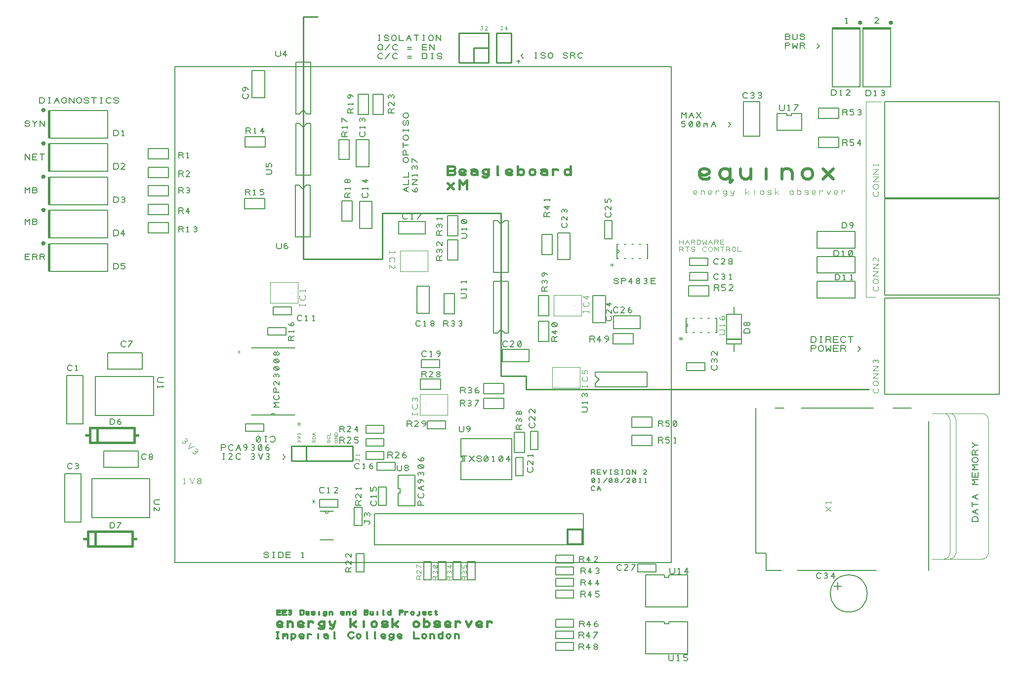
<source format=gbr>
%FSLAX23Y23*%
%MOIN*%
G04 EasyPC Gerber Version 14.0.2 Build 2922 *
%ADD154C,0.00039*%
%ADD22C,0.00100*%
%ADD149C,0.00276*%
%ADD153C,0.00300*%
%ADD124C,0.00320*%
%ADD150C,0.00394*%
%ADD113C,0.00400*%
%ADD115C,0.00500*%
%ADD111C,0.00600*%
%ADD148C,0.00787*%
%ADD98C,0.00800*%
%ADD96C,0.01000*%
%ADD147C,0.01181*%
%ADD152C,0.01200*%
%ADD146C,0.01575*%
%ADD97C,0.01600*%
%ADD151C,0.01969*%
X0Y0D02*
D02*
D22*
X1518Y2216D02*
Y2231D01*
X1528*
Y2216*
X1518*
D02*
D96*
X1980Y1586D02*
Y1486D01*
X2293*
Y1586*
X1880*
Y1486*
X1980*
X3209Y4276D02*
X3109D01*
Y4176*
X3209Y4376D02*
Y4176D01*
X3009*
Y4376*
X3209*
X3364Y4176D02*
Y4376D01*
X3264*
Y4176*
X3364*
X4912Y2311D02*
X4818D01*
X5776Y1971D02*
X3461D01*
Y2061*
X3293*
Y3161*
X2493*
Y2849*
X1959*
Y4487*
X2056*
D02*
D97*
X505Y961D02*
X480D01*
X518Y1661D02*
X493D01*
X555Y1011D02*
Y911D01*
X505*
Y1011*
X555*
X568Y1711D02*
Y1611D01*
X518*
Y1711*
X568*
X805Y1011D02*
Y911D01*
X505*
Y1011*
X805*
X818Y1711D02*
Y1611D01*
X518*
Y1711*
X818*
X830Y961D02*
X805D01*
X843Y1661D02*
X818D01*
D02*
D98*
X1048Y3096D02*
Y3026D01*
X912*
Y3096*
X1048*
Y3221D02*
Y3151D01*
X912*
Y3221*
X1048*
Y3346D02*
Y3276D01*
X912*
Y3346*
X1048*
Y3471D02*
Y3401D01*
X912*
Y3471*
X1048*
Y3596D02*
Y3526D01*
X912*
Y3596*
X1048*
X1569Y1685D02*
Y1738D01*
X1692*
Y1685*
X1569*
X1698Y3259D02*
Y3189D01*
X1562*
Y3259*
X1698*
X1699Y3941D02*
X1614D01*
Y4124*
X1699*
Y3941*
X1702Y3675D02*
Y3605D01*
X1566*
Y3675*
X1702*
X1719Y2335D02*
Y2388D01*
X1842*
Y2335*
X1719*
X1756Y2472D02*
Y2525D01*
X1879*
Y2472*
X1756*
X2192Y1225D02*
Y1172D01*
X2069*
Y1225*
X2192*
X2199Y3658D02*
X2269D01*
Y3522*
X2199*
Y3658*
X2220Y3242D02*
X2290D01*
Y3106*
X2220*
Y3242*
X2304Y1173D02*
X2357D01*
Y1050*
X2304*
Y1173*
X2316Y3657D02*
X2401D01*
Y3474*
X2316*
Y3657*
X2330Y3962D02*
X2400D01*
Y3826*
X2330*
Y3962*
X2338Y3240D02*
X2423D01*
Y3057*
X2338*
Y3240*
X2369Y737D02*
X2316D01*
Y860*
X2369*
Y737*
X2381Y1497D02*
Y1550D01*
X2504*
Y1497*
X2381*
Y1585D02*
Y1638D01*
X2504*
Y1585*
X2381*
Y1672D02*
Y1725D01*
X2504*
Y1672*
X2381*
X2456Y1422D02*
Y1475D01*
X2579*
Y1422*
X2456*
X2466Y1310D02*
X2519D01*
Y1187*
X2466*
Y1310*
X2498Y3826D02*
X2428D01*
Y3962*
X2498*
Y3826*
X2784Y3104D02*
Y3019D01*
X2601*
Y3104*
X2784*
X2795Y1703D02*
Y1756D01*
X2918*
Y1703*
X2795*
X2810Y2482D02*
X2725D01*
Y2665*
X2810*
Y2482*
X2824Y683D02*
X2771D01*
Y806*
X2824*
Y683*
X2879Y2169D02*
Y2116D01*
X2756*
Y2169*
X2879*
X2885Y2040D02*
Y1970D01*
X2749*
Y2040*
X2885*
X2923Y683D02*
X2870D01*
Y806*
X2923*
Y683*
X2933Y2979D02*
X3003D01*
Y2843*
X2933*
Y2979*
Y3142D02*
X3003D01*
Y3006*
X2933*
Y3142*
X2978Y2481D02*
X2908D01*
Y2617*
X2978*
Y2481*
X3021Y683D02*
X2968D01*
Y806*
X3021*
Y683*
X3120D02*
X3067D01*
Y806*
X3120*
Y683*
X3175Y1939D02*
Y2009D01*
X3311*
Y1939*
X3175*
X3311Y1909D02*
Y1839D01*
X3175*
Y1909*
X3311*
X3383Y1679D02*
X3453D01*
Y1543*
X3383*
Y1679*
X3391Y1510D02*
X3444D01*
Y1387*
X3391*
Y1510*
X3484Y2241D02*
Y2156D01*
X3301*
Y2241*
X3484*
X3491Y1685D02*
X3544D01*
Y1562*
X3491*
Y1685*
X3545Y2429D02*
X3615D01*
Y2293*
X3545*
Y2429*
X3570Y3017D02*
X3640D01*
Y2881*
X3570*
Y3017*
X3615Y2468D02*
X3545D01*
Y2604*
X3615*
Y2468*
X3675Y3028D02*
X3760D01*
Y2845*
X3675*
Y3028*
X3784Y260D02*
Y207D01*
X3661*
Y260*
X3784*
Y338D02*
Y285D01*
X3661*
Y338*
X3784*
Y417D02*
Y364D01*
X3661*
Y417*
X3784*
Y614D02*
Y561D01*
X3661*
Y614*
X3784*
Y693D02*
Y640D01*
X3661*
Y693*
X3784*
Y771D02*
Y718D01*
X3661*
Y771*
X3784*
Y850D02*
Y797D01*
X3661*
Y850*
X3784*
X3998Y2420D02*
X3913D01*
Y2603*
X3998*
Y2420*
X4044Y2987D02*
X3991D01*
Y3110*
X4044*
Y2987*
X4050Y2276D02*
Y2346D01*
X4186*
Y2276*
X4050*
X4051Y2381D02*
Y2466D01*
X4234*
Y2381*
X4051*
X4175Y1589D02*
Y1659D01*
X4311*
Y1589*
X4175*
X4217Y738D02*
Y791D01*
X4340*
Y738*
X4217*
X4311Y1784D02*
Y1714D01*
X4175*
Y1784*
X4311*
X4560Y2600D02*
Y2670D01*
X4696*
Y2600*
X4560*
X4567Y2805D02*
Y2858D01*
X4690*
Y2805*
X4567*
X4670Y2149D02*
Y2096D01*
X4547*
Y2149*
X4670*
X4690Y2760D02*
Y2707D01*
X4567*
Y2760*
X4690*
X5012Y1842D02*
Y862D01*
X5081*
Y748*
X5186*
X5202Y1842D02*
X5144D01*
X5293Y748D02*
X5826D01*
X5436Y3604D02*
Y3674D01*
X5572*
Y3604*
X5436*
Y3800D02*
Y3870D01*
X5572*
Y3800*
X5436*
X5806Y1842D02*
X5320D01*
X6062D02*
X5940D01*
X6178Y748D02*
Y1754D01*
D02*
D111*
X1608Y1796D02*
X1903D01*
X1767D02*
G75*
G03X1743I-12D01*
G01*
X1903Y2251D02*
X1608D01*
X2071Y952D02*
X2164D01*
X2106Y1145D02*
G75*
G03X2130I12D01*
G01*
X2164D02*
X2071D01*
X4077Y2889D02*
G75*
G03Y2913J12D01*
G01*
X4086Y2853D02*
X4077D01*
Y2949*
X4086*
X4125Y2853D02*
X4136D01*
Y2949D02*
X4125D01*
X4175Y2853D02*
X4186D01*
Y2949D02*
X4175D01*
X4225Y2853D02*
X4236D01*
Y2949D02*
X4225D01*
X4275D02*
X4283D01*
Y2853*
X4275*
X4541Y2390D02*
G75*
G03Y2414J12D01*
G01*
X4550Y2354D02*
X4541D01*
Y2451*
X4550*
X4589Y2354D02*
X4600D01*
Y2451D02*
X4589D01*
X4639Y2354D02*
X4650D01*
Y2451D02*
X4639D01*
X4689Y2354D02*
X4700D01*
Y2451D02*
X4689D01*
X4739D02*
X4748D01*
Y2354*
X4739*
D02*
D113*
X1971Y2533D02*
Y2546D01*
Y2539D02*
X1933D01*
Y2533D02*
Y2546D01*
X1965Y2605D02*
X1968Y2602D01*
X1971Y2596*
Y2586*
X1968Y2580*
X1965Y2577*
X1958Y2574*
X1946*
X1940Y2577*
X1936Y2580*
X1933Y2586*
Y2596*
X1936Y2602*
X1940Y2605*
X1971Y2630D02*
Y2642D01*
Y2636D02*
X1933D01*
X1940Y2630*
X2540Y2902D02*
Y2889D01*
Y2896D02*
X2577D01*
Y2902D02*
Y2889D01*
X2546Y2830D02*
X2543Y2833D01*
X2540Y2839*
Y2849*
X2543Y2855*
X2546Y2858*
X2552Y2861*
X2565*
X2571Y2858*
X2574Y2855*
X2577Y2849*
Y2839*
X2574Y2833*
X2571Y2830*
X2540Y2786D02*
Y2811D01*
X2561Y2789*
X2568Y2786*
X2574Y2789*
X2577Y2796*
Y2805*
X2574Y2811*
X2729Y1798D02*
Y1810D01*
Y1804D02*
X2692D01*
Y1798D02*
Y1810D01*
X2723Y1869D02*
X2726Y1866D01*
X2729Y1860*
Y1851*
X2726Y1844*
X2723Y1841*
X2717Y1838*
X2704*
X2698Y1841*
X2695Y1844*
X2692Y1851*
Y1860*
X2695Y1866*
X2698Y1869*
X2726Y1891D02*
X2729Y1898D01*
Y1904*
X2726Y1910*
X2720Y1913*
X2714Y1910*
X2711Y1904*
Y1898*
Y1904D02*
X2707Y1910D01*
X2701Y1913*
X2695Y1910*
X2692Y1904*
Y1898*
X2695Y1891*
X3877Y1984D02*
Y1997D01*
Y1991D02*
X3840D01*
Y1984D02*
Y1997D01*
X3871Y2056D02*
X3874Y2053D01*
X3877Y2047*
Y2037*
X3874Y2031*
X3871Y2028*
X3865Y2025*
X3852*
X3846Y2028*
X3843Y2031*
X3840Y2037*
Y2047*
X3843Y2053*
X3846Y2056*
X3874Y2075D02*
X3877Y2081D01*
Y2091*
X3874Y2097*
X3868Y2100*
X3865*
X3858Y2097*
X3855Y2091*
Y2075*
X3840*
Y2100*
X3885Y2488D02*
Y2501D01*
Y2495D02*
X3847D01*
Y2488D02*
Y2501D01*
X3879Y2560D02*
X3882Y2557D01*
X3885Y2551*
Y2541*
X3882Y2535*
X3879Y2532*
X3872Y2529*
X3860*
X3854Y2532*
X3851Y2535*
X3847Y2541*
Y2551*
X3851Y2557*
X3854Y2560*
X3885Y2595D02*
X3847D01*
X3872Y2579*
Y2604*
X5518Y1145D02*
X5481Y1176D01*
Y1145D02*
X5518Y1176D01*
Y1201D02*
Y1214D01*
Y1208D02*
X5481D01*
X5487Y1201*
X5820Y2593D02*
X5757D01*
Y3912*
X5859*
X5833Y1977D02*
X5836Y1974D01*
X5840Y1967*
Y1958*
X5836Y1952*
X5833Y1949*
X5827Y1946*
X5815*
X5808Y1949*
X5805Y1952*
X5802Y1958*
Y1967*
X5805Y1974*
X5808Y1977*
X5827Y1996D02*
X5815D01*
X5808Y1999*
X5805Y2002*
X5802Y2008*
Y2014*
X5805Y2021*
X5808Y2024*
X5815Y2027*
X5827*
X5833Y2024*
X5836Y2021*
X5840Y2014*
Y2008*
X5836Y2002*
X5833Y1999*
X5827Y1996*
X5840Y2046D02*
X5802D01*
X5840Y2077*
X5802*
X5840Y2096D02*
X5802D01*
X5840Y2127*
X5802*
X5836Y2149D02*
X5840Y2155D01*
Y2161*
X5836Y2167*
X5830Y2171*
X5824Y2167*
X5821Y2161*
Y2155*
Y2161D02*
X5818Y2167D01*
X5811Y2171*
X5805Y2167*
X5802Y2161*
Y2155*
X5805Y2149*
X5833Y2666D02*
X5836Y2663D01*
X5840Y2656*
Y2647*
X5836Y2641*
X5833Y2638*
X5827Y2635*
X5815*
X5808Y2638*
X5805Y2641*
X5802Y2647*
Y2656*
X5805Y2663*
X5808Y2666*
X5827Y2685D02*
X5815D01*
X5808Y2688*
X5805Y2691*
X5802Y2697*
Y2703*
X5805Y2710*
X5808Y2713*
X5815Y2716*
X5827*
X5833Y2713*
X5836Y2710*
X5840Y2703*
Y2697*
X5836Y2691*
X5833Y2688*
X5827Y2685*
X5840Y2735D02*
X5802D01*
X5840Y2766*
X5802*
X5840Y2785D02*
X5802D01*
X5840Y2816*
X5802*
X5840Y2860D02*
Y2835D01*
X5818Y2856*
X5811Y2860*
X5805Y2856*
X5802Y2850*
Y2841*
X5805Y2835*
X5833Y3306D02*
X5836Y3302D01*
X5840Y3296*
Y3287*
X5836Y3281*
X5833Y3277*
X5827Y3274*
X5815*
X5808Y3277*
X5805Y3281*
X5802Y3287*
Y3296*
X5805Y3302*
X5808Y3306*
X5827Y3324D02*
X5815D01*
X5808Y3327*
X5805Y3331*
X5802Y3337*
Y3343*
X5805Y3349*
X5808Y3352*
X5815Y3356*
X5827*
X5833Y3352*
X5836Y3349*
X5840Y3343*
Y3337*
X5836Y3331*
X5833Y3327*
X5827Y3324*
X5840Y3374D02*
X5802D01*
X5840Y3406*
X5802*
X5840Y3424D02*
X5802D01*
X5840Y3456*
X5802*
X5840Y3481D02*
Y3493D01*
Y3487D02*
X5802D01*
X5808Y3481*
X6203Y823D02*
X6282D01*
G75*
G03X6321Y862J39*
G01*
Y1767*
G75*
G03X6282Y1807I-39*
G01*
X6203*
X6282Y823D02*
X6542D01*
G75*
G03X6581Y862J39*
G01*
Y1767*
G75*
G03X6542Y1807I-39*
G01*
X6282*
X6321Y823D02*
G75*
G03X6361Y862J39D01*
G01*
Y1767*
G75*
G03X6321Y1807I-39*
G01*
D02*
D115*
X199Y2958D02*
G75*
G03X211Y2954I6J-2D01*
G01*
G75*
G03X199Y2958I-6J2*
G01*
Y2962D02*
G75*
G03X211Y2950I6J-6D01*
G01*
G75*
G03X199Y2962I-6J6*
G01*
Y2966D02*
G75*
G03X211Y2946I6J-10D01*
G01*
G75*
G03X199Y2966I-6J10*
G01*
Y3183D02*
G75*
G03X211Y3179I6J-2D01*
G01*
G75*
G03X199Y3183I-6J2*
G01*
Y3187D02*
G75*
G03X211Y3175I6J-6D01*
G01*
G75*
G03X199Y3187I-6J6*
G01*
Y3191D02*
G75*
G03X211Y3171I6J-10D01*
G01*
G75*
G03X199Y3191I-6J10*
G01*
Y3408D02*
G75*
G03X211Y3404I6J-2D01*
G01*
G75*
G03X199Y3408I-6J2*
G01*
Y3412D02*
G75*
G03X211Y3400I6J-6D01*
G01*
G75*
G03X199Y3412I-6J6*
G01*
Y3416D02*
G75*
G03X211Y3396I6J-10D01*
G01*
G75*
G03X199Y3416I-6J10*
G01*
Y3633D02*
G75*
G03X211Y3629I6J-2D01*
G01*
G75*
G03X199Y3633I-6J2*
G01*
Y3637D02*
G75*
G03X211Y3625I6J-6D01*
G01*
G75*
G03X199Y3637I-6J6*
G01*
Y3641D02*
G75*
G03X211Y3621I6J-10D01*
G01*
G75*
G03X199Y3641I-6J10*
G01*
Y3858D02*
G75*
G03X211Y3854I6J-2D01*
G01*
G75*
G03X199Y3858I-6J2*
G01*
Y3862D02*
G75*
G03X211Y3850I6J-6D01*
G01*
G75*
G03X199Y3862I-6J6*
G01*
Y3866D02*
G75*
G03X211Y3846I6J-10D01*
G01*
G75*
G03X199Y3866I-6J10*
G01*
X203Y2958D02*
G75*
G03X207Y2954I2J-2D01*
G01*
G75*
G03X203Y2958I-2J2*
G01*
Y3183D02*
G75*
G03X207Y3179I2J-2D01*
G01*
G75*
G03X203Y3183I-2J2*
G01*
Y3408D02*
G75*
G03X207Y3404I2J-2D01*
G01*
G75*
G03X203Y3408I-2J2*
G01*
Y3633D02*
G75*
G03X207Y3629I2J-2D01*
G01*
G75*
G03X203Y3633I-2J2*
G01*
Y3858D02*
G75*
G03X207Y3854I2J-2D01*
G01*
G75*
G03X203Y3858I-2J2*
G01*
X246Y2768D02*
X640D01*
Y2954*
X246*
Y2768*
Y2993D02*
X640D01*
Y3179*
X246*
Y2993*
Y3218D02*
X640D01*
Y3404*
X246*
Y3218*
Y3443D02*
X640D01*
Y3629*
X246*
Y3443*
Y3668D02*
X640D01*
Y3854*
X246*
Y3668*
X246Y2769D02*
Y2954D01*
X250*
Y2769*
X242*
Y2954*
X238*
Y2769*
X246*
Y2994D02*
Y3179D01*
X250*
Y2994*
X242*
Y3179*
X238*
Y2994*
X246*
Y3219D02*
Y3404D01*
X250*
Y3219*
X242*
Y3404*
X238*
Y3219*
X246*
Y3444D02*
Y3629D01*
X250*
Y3444*
X242*
Y3629*
X238*
Y3444*
X246*
Y3669D02*
Y3854D01*
X250*
Y3669*
X242*
Y3854*
X238*
Y3669*
X246*
X399Y1439D02*
X396Y1436D01*
X390Y1433*
X380*
X374Y1436*
X371Y1439*
X368Y1446*
Y1458*
X371Y1464*
X374Y1467*
X380Y1471*
X390*
X396Y1467*
X399Y1464*
X421Y1436D02*
X427Y1433D01*
X433*
X440Y1436*
X443Y1442*
X440Y1449*
X433Y1452*
X427*
X433D02*
X440Y1455D01*
X443Y1461*
X440Y1467*
X433Y1471*
X427*
X421Y1467*
X399Y2102D02*
X396Y2099D01*
X390Y2096*
X380*
X374Y2099*
X371Y2102*
X368Y2108*
Y2121*
X371Y2127*
X374Y2130*
X380Y2133*
X390*
X396Y2130*
X399Y2127*
X424Y2096D02*
X436D01*
X430D02*
Y2133D01*
X424Y2127*
X460Y1072D02*
Y1400D01*
X350*
Y1072*
X460*
X473Y1735D02*
Y2063D01*
X363*
Y1735*
X473*
X655Y1033D02*
Y1071D01*
X674*
X680Y1067*
X683Y1064*
X686Y1058*
Y1046*
X683Y1039*
X680Y1036*
X674Y1033*
X655*
X705D02*
X730Y1071D01*
X705*
X655Y1733D02*
Y1771D01*
X674*
X680Y1767*
X683Y1764*
X686Y1758*
Y1746*
X683Y1739*
X680Y1736*
X674Y1733*
X655*
X705Y1742D02*
X708Y1749D01*
X715Y1752*
X721*
X727Y1749*
X730Y1742*
X727Y1736*
X721Y1733*
X715*
X708Y1736*
X705Y1742*
Y1752*
X708Y1761*
X715Y1767*
X721Y1771*
X680Y2783D02*
Y2821D01*
X699*
X705Y2817*
X708Y2814*
X711Y2808*
Y2796*
X708Y2789*
X705Y2786*
X699Y2783*
X680*
X730Y2786D02*
X736Y2783D01*
X746*
X752Y2786*
X755Y2792*
Y2796*
X752Y2802*
X746Y2805*
X730*
Y2821*
X755*
X680Y3008D02*
Y3046D01*
X699*
X705Y3042*
X708Y3039*
X711Y3033*
Y3021*
X708Y3014*
X705Y3011*
X699Y3008*
X680*
X746D02*
Y3046D01*
X730Y3021*
X755*
X680Y3233D02*
Y3271D01*
X699*
X705Y3267*
X708Y3264*
X711Y3258*
Y3246*
X708Y3239*
X705Y3236*
X699Y3233*
X680*
X733Y3236D02*
X740Y3233D01*
X746*
X752Y3236*
X755Y3242*
X752Y3249*
X746Y3252*
X740*
X746D02*
X752Y3255D01*
X755Y3261*
X752Y3267*
X746Y3271*
X740*
X733Y3267*
X680Y3458D02*
Y3496D01*
X699*
X705Y3492*
X708Y3489*
X711Y3483*
Y3471*
X708Y3464*
X705Y3461*
X699Y3458*
X680*
X755D02*
X730D01*
X752Y3480*
X755Y3486*
X752Y3492*
X746Y3496*
X736*
X730Y3492*
X680Y3683D02*
Y3721D01*
X699*
X705Y3717*
X708Y3714*
X711Y3708*
Y3696*
X708Y3689*
X705Y3686*
X699Y3683*
X680*
X736D02*
X749D01*
X743D02*
Y3721D01*
X736Y3714*
X761Y2264D02*
X758Y2261D01*
X752Y2258*
X743*
X736Y2261*
X733Y2264*
X730Y2271*
Y2283*
X733Y2289*
X736Y2292*
X743Y2296*
X752*
X758Y2292*
X761Y2289*
X780Y2258D02*
X805Y2296D01*
X780*
X846Y1554D02*
X614D01*
Y1444*
X846*
Y1554*
X899Y1502D02*
X896Y1499D01*
X890Y1496*
X880*
X874Y1499*
X871Y1502*
X868Y1508*
Y1521*
X871Y1527*
X874Y1530*
X880Y1533*
X890*
X896Y1530*
X899Y1527*
X927Y1514D02*
X933D01*
X940Y1517*
X943Y1524*
X940Y1530*
X933Y1533*
X927*
X921Y1530*
X918Y1524*
X921Y1517*
X927Y1514*
X921Y1511*
X918Y1505*
X921Y1499*
X927Y1496*
X933*
X940Y1499*
X943Y1505*
X940Y1511*
X933Y1514*
X871Y2216D02*
X639D01*
Y2106*
X871*
Y2216*
X923Y1368D02*
Y1104D01*
X532*
Y1368*
X923*
X990Y1224D02*
X961D01*
X955Y1221*
X952Y1214*
Y1202*
X955Y1196*
X961Y1192*
X990*
X952Y1149D02*
Y1174D01*
X974Y1152*
X980Y1149*
X986Y1152*
X990Y1158*
Y1167*
X986Y1174*
X948Y2055D02*
Y1792D01*
X557*
Y2055*
X948*
X1015Y2049D02*
X986D01*
X980Y2046*
X977Y2039*
Y2027*
X980Y2021*
X986Y2017*
X1015*
X977Y1992D02*
Y1980D01*
Y1986D02*
X1015D01*
X1008Y1992*
X1093Y799D02*
X4443D01*
Y4149*
X1093*
Y799*
X1118Y3033D02*
Y3071D01*
X1140*
X1146Y3067*
X1149Y3061*
X1146Y3055*
X1140Y3052*
X1118*
X1140D02*
X1149Y3033D01*
X1174D02*
X1186D01*
X1180D02*
Y3071D01*
X1174Y3064*
X1221Y3036D02*
X1227Y3033D01*
X1233*
X1240Y3036*
X1243Y3042*
X1240Y3049*
X1233Y3052*
X1227*
X1233D02*
X1240Y3055D01*
X1243Y3061*
X1240Y3067*
X1233Y3071*
X1227*
X1221Y3067*
X1118Y3158D02*
Y3196D01*
X1140*
X1146Y3192*
X1149Y3186*
X1146Y3180*
X1140Y3177*
X1118*
X1140D02*
X1149Y3158D01*
X1183D02*
Y3196D01*
X1168Y3171*
X1193*
X1118Y3296D02*
Y3333D01*
X1140*
X1146Y3330*
X1149Y3324*
X1146Y3317*
X1140Y3314*
X1118*
X1140D02*
X1149Y3296D01*
X1171Y3299D02*
X1177Y3296D01*
X1183*
X1190Y3299*
X1193Y3305*
X1190Y3311*
X1183Y3314*
X1177*
X1183D02*
X1190Y3317D01*
X1193Y3324*
X1190Y3330*
X1183Y3333*
X1177*
X1171Y3330*
X1118Y3408D02*
Y3446D01*
X1140*
X1146Y3442*
X1149Y3436*
X1146Y3430*
X1140Y3427*
X1118*
X1140D02*
X1149Y3408D01*
X1193D02*
X1168D01*
X1190Y3430*
X1193Y3436*
X1190Y3442*
X1183Y3446*
X1174*
X1168Y3442*
X1118Y3533D02*
Y3571D01*
X1140*
X1146Y3567*
X1149Y3561*
X1146Y3555*
X1140Y3552*
X1118*
X1140D02*
X1149Y3533D01*
X1174D02*
X1186D01*
X1180D02*
Y3571D01*
X1174Y3564*
X1568Y3283D02*
Y3321D01*
X1590*
X1596Y3317*
X1599Y3311*
X1596Y3305*
X1590Y3302*
X1568*
X1590D02*
X1599Y3283D01*
X1624D02*
X1636D01*
X1630D02*
Y3321D01*
X1624Y3314*
X1668Y3286D02*
X1674Y3283D01*
X1683*
X1690Y3286*
X1693Y3292*
Y3296*
X1690Y3302*
X1683Y3305*
X1668*
Y3321*
X1693*
X1571Y3699D02*
Y3737D01*
X1593*
X1599Y3734*
X1603Y3728*
X1599Y3721*
X1593Y3718*
X1571*
X1593D02*
X1603Y3699D01*
X1628D02*
X1640D01*
X1634D02*
Y3737D01*
X1628Y3731*
X1687Y3699D02*
Y3737D01*
X1671Y3712*
X1696*
X1581Y3965D02*
X1584Y3962D01*
X1588Y3956*
Y3946*
X1584Y3940*
X1581Y3937*
X1575Y3934*
X1563*
X1556Y3937*
X1553Y3940*
X1550Y3946*
Y3956*
X1553Y3962*
X1556Y3965*
X1588Y3993D02*
X1584Y3999D01*
X1578Y4006*
X1569Y4009*
X1559*
X1553Y4006*
X1550Y3999*
Y3993*
X1553Y3987*
X1559Y3984*
X1566Y3987*
X1569Y3993*
Y3999*
X1566Y4006*
X1559Y4009*
X1708Y3422D02*
X1736D01*
X1742Y3425*
X1745Y3431*
Y3444*
X1742Y3450*
X1736Y3453*
X1708*
X1742Y3472D02*
X1745Y3478D01*
Y3488*
X1742Y3494*
X1736Y3497*
X1733*
X1726Y3494*
X1723Y3488*
Y3472*
X1708*
Y3497*
X1736Y1646D02*
X1740Y1649D01*
X1746Y1652*
X1755*
X1761Y1649*
X1765Y1646*
X1768Y1639*
Y1627*
X1765Y1621*
X1761Y1617*
X1755Y1614*
X1746*
X1740Y1617*
X1736Y1621*
X1711Y1652D02*
X1699D01*
X1705D02*
Y1614D01*
X1711Y1621*
X1665Y1649D02*
X1658Y1652D01*
X1652*
X1646Y1649*
X1643Y1642*
Y1624*
X1646Y1617*
X1652Y1614*
X1658*
X1665Y1617*
X1668Y1624*
Y1642*
X1665Y1649*
X1646Y1617*
X1774Y4256D02*
Y4228D01*
X1777Y4222*
X1784Y4219*
X1796*
X1802Y4222*
X1805Y4228*
Y4256*
X1840Y4219D02*
Y4256D01*
X1824Y4231*
X1849*
X1780Y2958D02*
Y2930D01*
X1783Y2924*
X1790Y2921*
X1802*
X1808Y2924*
X1811Y2930*
Y2958*
X1830Y2930D02*
X1833Y2936D01*
X1840Y2939*
X1846*
X1852Y2936*
X1855Y2930*
X1852Y2924*
X1846Y2921*
X1840*
X1833Y2924*
X1830Y2930*
Y2939*
X1833Y2949*
X1840Y2955*
X1846Y2958*
X1896Y2299D02*
X1858D01*
Y2321*
X1861Y2327*
X1868Y2330*
X1874Y2327*
X1877Y2321*
Y2299*
Y2321D02*
X1896Y2330D01*
Y2355D02*
Y2367D01*
Y2361D02*
X1858D01*
X1865Y2355*
X1886Y2399D02*
X1880Y2402D01*
X1877Y2408*
Y2414*
X1880Y2421*
X1886Y2424*
X1893Y2421*
X1896Y2414*
Y2408*
X1893Y2402*
X1886Y2399*
X1877*
X1868Y2402*
X1861Y2408*
X1858Y2414*
X1905Y2999D02*
Y3349D01*
X1930*
X1955Y3324*
X1980Y3349*
X2005*
Y2999*
X1905*
X1909Y3415D02*
Y3765D01*
X1934*
X1959Y3740*
X1984Y3765*
X2009*
Y3415*
X1909*
X1949Y2439D02*
X1946Y2436D01*
X1940Y2433*
X1930*
X1924Y2436*
X1921Y2439*
X1918Y2446*
Y2458*
X1921Y2464*
X1924Y2467*
X1930Y2471*
X1940*
X1946Y2467*
X1949Y2464*
X1974Y2433D02*
X1986D01*
X1980D02*
Y2471D01*
X1974Y2464*
X2024Y2433D02*
X2036D01*
X2030D02*
Y2471D01*
X2024Y2464*
X2009Y4180D02*
Y3830D01*
X1984*
X1959Y3855*
X1934Y3830*
X1909*
Y4180*
X2009*
X2099Y1277D02*
X2096Y1274D01*
X2090Y1271*
X2080*
X2074Y1274*
X2071Y1277*
X2068Y1283*
Y1296*
X2071Y1302*
X2074Y1305*
X2080Y1308*
X2090*
X2096Y1305*
X2099Y1302*
X2124Y1271D02*
X2136D01*
X2130D02*
Y1308D01*
X2124Y1302*
X2193Y1271D02*
X2168D01*
X2190Y1292*
X2193Y1299*
X2190Y1305*
X2183Y1308*
X2174*
X2168Y1305*
X2205Y1608D02*
Y1646D01*
X2227*
X2233Y1642*
X2236Y1636*
X2233Y1630*
X2227Y1627*
X2205*
X2227D02*
X2236Y1608D01*
X2280D02*
X2255D01*
X2277Y1630*
X2280Y1636*
X2277Y1642*
X2271Y1646*
X2261*
X2255Y1642*
X2305Y1611D02*
X2311Y1608D01*
X2321*
X2327Y1611*
X2330Y1617*
Y1621*
X2327Y1627*
X2321Y1630*
X2305*
Y1646*
X2330*
X2205Y1683D02*
Y1721D01*
X2227*
X2233Y1717*
X2236Y1711*
X2233Y1705*
X2227Y1702*
X2205*
X2227D02*
X2236Y1683D01*
X2280D02*
X2255D01*
X2277Y1705*
X2280Y1711*
X2277Y1717*
X2271Y1721*
X2261*
X2255Y1717*
X2321Y1683D02*
Y1721D01*
X2305Y1696*
X2330*
X2257Y3678D02*
X2219D01*
Y3700*
X2223Y3706*
X2229Y3709*
X2235Y3706*
X2238Y3700*
Y3678*
Y3700D02*
X2257Y3709D01*
Y3734D02*
Y3747D01*
Y3740D02*
X2219D01*
X2226Y3734*
X2257Y3778D02*
X2219Y3803D01*
Y3778*
X2277Y3265D02*
X2239D01*
Y3286*
X2242Y3293*
X2248Y3296*
X2255Y3293*
X2258Y3286*
Y3265*
Y3286D02*
X2277Y3296D01*
Y3321D02*
Y3333D01*
Y3327D02*
X2239D01*
X2245Y3321*
X2258Y3374D02*
Y3380D01*
X2255Y3386*
X2248Y3390*
X2242Y3386*
X2239Y3380*
Y3374*
X2242Y3368*
X2248Y3365*
X2255Y3368*
X2258Y3374*
X2261Y3368*
X2267Y3365*
X2273Y3368*
X2277Y3374*
Y3380*
X2273Y3386*
X2267Y3390*
X2261Y3386*
X2258Y3380*
X2283Y736D02*
X2246D01*
Y758*
X2249Y764*
X2255Y767*
X2261Y764*
X2265Y758*
Y736*
Y758D02*
X2283Y767D01*
Y811D02*
Y786D01*
X2261Y808*
X2255Y811*
X2249Y808*
X2246Y802*
Y792*
X2249Y786*
X2283Y861D02*
Y836D01*
X2261Y858*
X2255Y861*
X2249Y858*
X2246Y852*
Y842*
X2249Y836*
X2336Y1439D02*
X2333Y1436D01*
X2327Y1433*
X2318*
X2311Y1436*
X2308Y1439*
X2305Y1446*
Y1458*
X2308Y1464*
X2311Y1467*
X2318Y1471*
X2327*
X2333Y1467*
X2336Y1464*
X2361Y1433D02*
X2374D01*
X2368D02*
Y1471D01*
X2361Y1464*
X2405Y1442D02*
X2408Y1449D01*
X2415Y1452*
X2421*
X2427Y1449*
X2430Y1442*
X2427Y1436*
X2421Y1433*
X2415*
X2408Y1436*
X2405Y1442*
Y1452*
X2408Y1461*
X2415Y1467*
X2421Y1471*
X2296Y3835D02*
X2259D01*
Y3857*
X2262Y3864*
X2268Y3867*
X2274Y3864*
X2278Y3857*
Y3835*
Y3857D02*
X2296Y3867D01*
Y3892D02*
Y3904D01*
Y3898D02*
X2259D01*
X2265Y3892*
X2296Y3945D02*
X2293Y3951D01*
X2287Y3957*
X2278Y3960*
X2268*
X2262Y3957*
X2259Y3951*
Y3945*
X2262Y3938*
X2268Y3935*
X2274Y3938*
X2278Y3945*
Y3951*
X2274Y3957*
X2268Y3960*
X2350Y1188D02*
X2312D01*
Y1209*
X2315Y1216*
X2321Y1219*
X2328Y1216*
X2331Y1209*
Y1188*
Y1209D02*
X2350Y1219D01*
Y1263D02*
Y1238D01*
X2328Y1259*
X2321Y1263*
X2315Y1259*
X2312Y1253*
Y1244*
X2315Y1238*
X2350Y1294D02*
Y1306D01*
Y1300D02*
X2312D01*
X2318Y1294*
X2369Y3709D02*
X2372Y3706D01*
X2375Y3700*
Y3690*
X2372Y3684*
X2369Y3681*
X2363Y3678*
X2350*
X2344Y3681*
X2341Y3684*
X2338Y3690*
Y3700*
X2341Y3706*
X2344Y3709*
X2375Y3734D02*
Y3747D01*
Y3740D02*
X2338D01*
X2344Y3734*
X2372Y3781D02*
X2375Y3787D01*
Y3794*
X2372Y3800*
X2366Y3803*
X2359Y3800*
X2356Y3794*
Y3787*
Y3794D02*
X2353Y3800D01*
X2347Y3803*
X2341Y3800*
X2338Y3794*
Y3787*
X2341Y3781*
X2388Y3296D02*
X2392Y3293D01*
X2395Y3286*
Y3277*
X2392Y3271*
X2388Y3268*
X2382Y3265*
X2370*
X2363Y3268*
X2360Y3271*
X2357Y3277*
Y3286*
X2360Y3293*
X2363Y3296*
X2395Y3321D02*
Y3333D01*
Y3327D02*
X2357D01*
X2363Y3321*
X2395Y3380D02*
X2357D01*
X2382Y3365*
Y3390*
X2402Y1061D02*
X2405Y1064D01*
X2408Y1071*
X2405Y1077*
X2402Y1080*
X2371*
Y1086*
Y1080D02*
Y1067D01*
X2405Y1114D02*
X2408Y1121D01*
Y1127*
X2405Y1133*
X2399Y1136*
X2393Y1133*
X2390Y1127*
Y1121*
Y1127D02*
X2386Y1133D01*
X2380Y1136*
X2374Y1133*
X2371Y1127*
Y1121*
X2374Y1114*
X2438Y1129D02*
X3848D01*
Y919*
X2438*
Y1129*
X2446Y1215D02*
X2449Y1212D01*
X2452Y1206*
Y1196*
X2449Y1190*
X2446Y1187*
X2439Y1184*
X2427*
X2421Y1187*
X2418Y1190*
X2414Y1196*
Y1206*
X2418Y1212*
X2421Y1215*
X2452Y1240D02*
Y1252D01*
Y1246D02*
X2414D01*
X2421Y1240*
X2449Y1284D02*
X2452Y1290D01*
Y1299*
X2449Y1306*
X2443Y1309*
X2439*
X2433Y1306*
X2430Y1299*
Y1284*
X2414*
Y1309*
X2530Y1508D02*
Y1546D01*
X2552*
X2558Y1542*
X2561Y1536*
X2558Y1530*
X2552Y1527*
X2530*
X2552D02*
X2561Y1508D01*
X2605D02*
X2580D01*
X2602Y1530*
X2605Y1536*
X2602Y1542*
X2596Y1546*
X2586*
X2580Y1542*
X2630Y1517D02*
X2633Y1524D01*
X2640Y1527*
X2646*
X2652Y1524*
X2655Y1517*
X2652Y1511*
X2646Y1508*
X2640*
X2633Y1511*
X2630Y1517*
Y1527*
X2633Y1536*
X2640Y1542*
X2646Y1546*
X2572Y3835D02*
X2534D01*
Y3857*
X2537Y3864*
X2544Y3867*
X2550Y3864*
X2553Y3857*
Y3835*
Y3857D02*
X2572Y3867D01*
Y3910D02*
Y3885D01*
X2550Y3907*
X2544Y3910*
X2537Y3907*
X2534Y3901*
Y3892*
X2537Y3885*
X2569Y3938D02*
X2572Y3945D01*
Y3951*
X2569Y3957*
X2562Y3960*
X2556Y3957*
X2553Y3951*
Y3945*
Y3951D02*
X2550Y3957D01*
X2544Y3960*
X2537Y3957*
X2534Y3951*
Y3945*
X2537Y3938*
X2593Y1458D02*
Y1430D01*
X2596Y1424*
X2602Y1421*
X2615*
X2621Y1424*
X2624Y1430*
Y1458*
X2652Y1439D02*
X2658D01*
X2665Y1442*
X2668Y1449*
X2665Y1455*
X2658Y1458*
X2652*
X2646Y1455*
X2643Y1449*
X2646Y1442*
X2652Y1439*
X2646Y1436*
X2643Y1430*
X2646Y1424*
X2652Y1421*
X2658*
X2665Y1424*
X2668Y1430*
X2665Y1436*
X2658Y1439*
X2599Y1390D02*
X2711D01*
Y1183*
X2599*
Y1271*
X2614*
Y1301*
X2599*
Y1390*
X2661Y3127D02*
X2658Y3124D01*
X2652Y3121*
X2643*
X2636Y3124*
X2633Y3127*
X2630Y3133*
Y3146*
X2633Y3152*
X2636Y3155*
X2643Y3158*
X2652*
X2658Y3155*
X2661Y3152*
X2686Y3121D02*
X2699D01*
X2693D02*
Y3158D01*
X2686Y3152*
X2730Y3121D02*
X2755Y3158D01*
X2730*
X2660Y1719D02*
Y1756D01*
X2682*
X2688Y1753*
X2691Y1747*
X2688Y1741*
X2682Y1738*
X2660*
X2682D02*
X2691Y1719D01*
X2735D02*
X2710D01*
X2732Y1741*
X2735Y1747*
X2732Y1753*
X2726Y1756*
X2716*
X2710Y1753*
X2769Y1719D02*
X2776Y1722D01*
X2782Y1728*
X2785Y1738*
Y1747*
X2782Y1753*
X2776Y1756*
X2769*
X2763Y1753*
X2760Y1747*
X2763Y1741*
X2769Y1738*
X2776*
X2782Y1741*
X2785Y1747*
X2749Y2402D02*
X2746Y2399D01*
X2740Y2396*
X2730*
X2724Y2399*
X2721Y2402*
X2718Y2408*
Y2421*
X2721Y2427*
X2724Y2430*
X2730Y2433*
X2740*
X2746Y2430*
X2749Y2427*
X2774Y2396D02*
X2786D01*
X2780D02*
Y2433D01*
X2774Y2427*
X2827Y2414D02*
X2833D01*
X2840Y2417*
X2843Y2424*
X2840Y2430*
X2833Y2433*
X2827*
X2821Y2430*
X2818Y2424*
X2821Y2417*
X2827Y2414*
X2821Y2411*
X2818Y2405*
X2821Y2399*
X2827Y2396*
X2833*
X2840Y2399*
X2843Y2405*
X2840Y2411*
X2833Y2414*
X2758Y2053D02*
Y2091D01*
X2780*
X2787Y2088*
X2790Y2082*
X2787Y2075*
X2780Y2072*
X2758*
X2780D02*
X2790Y2053D01*
X2833D02*
X2808D01*
X2830Y2075*
X2833Y2082*
X2830Y2088*
X2824Y2091*
X2815*
X2808Y2088*
X2868Y2072D02*
X2874D01*
X2880Y2075*
X2883Y2082*
X2880Y2088*
X2874Y2091*
X2868*
X2862Y2088*
X2858Y2082*
X2862Y2075*
X2868Y2072*
X2862Y2069*
X2858Y2063*
X2862Y2057*
X2868Y2053*
X2874*
X2880Y2057*
X2883Y2063*
X2880Y2069*
X2874Y2072*
X2790Y2197D02*
X2787Y2194D01*
X2780Y2191*
X2771*
X2765Y2194*
X2762Y2197*
X2758Y2204*
Y2216*
X2762Y2222*
X2765Y2226*
X2771Y2229*
X2780*
X2787Y2226*
X2790Y2222*
X2815Y2191D02*
X2827D01*
X2821D02*
Y2229D01*
X2815Y2222*
X2868Y2191D02*
X2874Y2194D01*
X2880Y2201*
X2883Y2210*
Y2219*
X2880Y2226*
X2874Y2229*
X2868*
X2862Y2226*
X2858Y2219*
X2862Y2213*
X2868Y2210*
X2874*
X2880Y2213*
X2883Y2219*
X2905Y2396D02*
Y2433D01*
X2927*
X2933Y2430*
X2936Y2424*
X2933Y2417*
X2927Y2414*
X2905*
X2927D02*
X2936Y2396D01*
X2958Y2399D02*
X2965Y2396D01*
X2971*
X2977Y2399*
X2980Y2405*
X2977Y2411*
X2971Y2414*
X2965*
X2971D02*
X2977Y2417D01*
X2980Y2424*
X2977Y2430*
X2971Y2433*
X2965*
X2958Y2430*
X3008Y2399D02*
X3015Y2396D01*
X3021*
X3027Y2399*
X3030Y2405*
X3027Y2411*
X3021Y2414*
X3015*
X3021D02*
X3027Y2417D01*
X3030Y2424*
X3027Y2430*
X3021Y2433*
X3015*
X3008Y2430*
X2896Y3011D02*
X2858D01*
Y3033*
X2861Y3039*
X2868Y3042*
X2874Y3039*
X2877Y3033*
Y3011*
Y3033D02*
X2896Y3042D01*
X2893Y3064D02*
X2896Y3071D01*
Y3077*
X2893Y3083*
X2886Y3086*
X2880Y3083*
X2877Y3077*
Y3071*
Y3077D02*
X2874Y3083D01*
X2868Y3086*
X2861Y3083*
X2858Y3077*
Y3071*
X2861Y3064*
X2896Y3117D02*
Y3130D01*
Y3124D02*
X2858D01*
X2865Y3117*
X2897Y2841D02*
X2859D01*
Y2863*
X2862Y2869*
X2869Y2872*
X2875Y2869*
X2878Y2863*
Y2841*
Y2863D02*
X2897Y2872D01*
X2894Y2894D02*
X2897Y2900D01*
Y2907*
X2894Y2913*
X2887Y2916*
X2881Y2913*
X2878Y2907*
Y2900*
Y2907D02*
X2875Y2913D01*
X2869Y2916*
X2862Y2913*
X2859Y2907*
Y2900*
X2862Y2894*
X2897Y2966D02*
Y2941D01*
X2875Y2963*
X2869Y2966*
X2862Y2963*
X2859Y2957*
Y2947*
X2862Y2941*
X3011Y1720D02*
Y1692D01*
X3014Y1686*
X3020Y1683*
X3033*
X3039Y1686*
X3042Y1692*
Y1720*
X3070Y1683D02*
X3077Y1686D01*
X3083Y1692*
X3086Y1701*
Y1711*
X3083Y1717*
X3077Y1720*
X3070*
X3064Y1717*
X3061Y1711*
X3064Y1705*
X3070Y1701*
X3077*
X3083Y1705*
X3086Y1711*
X3018Y1858D02*
Y1896D01*
X3040*
X3046Y1892*
X3049Y1886*
X3046Y1880*
X3040Y1877*
X3018*
X3040D02*
X3049Y1858D01*
X3071Y1861D02*
X3077Y1858D01*
X3083*
X3090Y1861*
X3093Y1867*
X3090Y1874*
X3083Y1877*
X3077*
X3083D02*
X3090Y1880D01*
X3093Y1886*
X3090Y1892*
X3083Y1896*
X3077*
X3071Y1892*
X3118Y1858D02*
X3143Y1896D01*
X3118*
X3020Y1945D02*
Y1982D01*
X3042*
X3048Y1979*
X3052Y1973*
X3048Y1967*
X3042Y1964*
X3020*
X3042D02*
X3052Y1945D01*
X3073Y1948D02*
X3080Y1945D01*
X3086*
X3092Y1948*
X3095Y1954*
X3092Y1961*
X3086Y1964*
X3080*
X3086D02*
X3092Y1967D01*
X3095Y1973*
X3092Y1979*
X3086Y1982*
X3080*
X3073Y1979*
X3120Y1954D02*
X3123Y1961D01*
X3130Y1964*
X3136*
X3142Y1961*
X3145Y1954*
X3142Y1948*
X3136Y1945*
X3130*
X3123Y1948*
X3120Y1954*
Y1964*
X3123Y1973*
X3130Y1979*
X3136Y1982*
X3021Y1638D02*
X3365D01*
Y1359*
X3021*
Y1484*
X3036*
Y1513*
X3021*
Y1638*
X3021Y2585D02*
X3049D01*
X3055Y2588*
X3058Y2595*
Y2607*
X3055Y2613*
X3049Y2616*
X3021*
X3058Y2641D02*
Y2654D01*
Y2648D02*
X3021D01*
X3027Y2641*
X3058Y2691D02*
Y2704D01*
Y2698D02*
X3021D01*
X3027Y2691*
X3025Y2991D02*
X3053D01*
X3059Y2994*
X3062Y3000*
Y3013*
X3059Y3019*
X3053Y3022*
X3025*
X3062Y3047D02*
Y3059D01*
Y3053D02*
X3025D01*
X3031Y3047*
X3059Y3094D02*
X3062Y3100D01*
Y3106*
X3059Y3113*
X3053Y3116*
X3034*
X3028Y3113*
X3025Y3106*
Y3100*
X3028Y3094*
X3034Y3091*
X3053*
X3059Y3094*
X3028Y3113*
X3243Y2761D02*
Y3111D01*
X3268*
X3293Y3086*
X3318Y3111*
X3343*
Y2761*
X3243*
X3336Y2264D02*
X3333Y2261D01*
X3327Y2258*
X3318*
X3311Y2261*
X3308Y2264*
X3305Y2271*
Y2283*
X3308Y2289*
X3311Y2292*
X3318Y2296*
X3327*
X3333Y2292*
X3336Y2289*
X3380Y2258D02*
X3355D01*
X3377Y2280*
X3380Y2286*
X3377Y2292*
X3371Y2296*
X3361*
X3355Y2292*
X3408Y2261D02*
X3415Y2258D01*
X3421*
X3427Y2261*
X3430Y2267*
Y2286*
X3427Y2292*
X3421Y2296*
X3415*
X3408Y2292*
X3405Y2286*
Y2267*
X3408Y2261*
X3427Y2292*
X3343Y2699D02*
Y2349D01*
X3318*
X3293Y2374*
X3268Y2349*
X3243*
Y2699*
X3343*
X3433Y1699D02*
X3396D01*
Y1721*
X3399Y1727*
X3405Y1730*
X3411Y1727*
X3415Y1721*
Y1699*
Y1721D02*
X3433Y1730D01*
X3430Y1752D02*
X3433Y1758D01*
Y1764*
X3430Y1771*
X3424Y1774*
X3418Y1771*
X3415Y1764*
Y1758*
Y1764D02*
X3411Y1771D01*
X3405Y1774*
X3399Y1771*
X3396Y1764*
Y1758*
X3399Y1752*
X3415Y1808D02*
Y1814D01*
X3411Y1821*
X3405Y1824*
X3399Y1821*
X3396Y1814*
Y1808*
X3399Y1802*
X3405Y1799*
X3411Y1802*
X3415Y1808*
X3418Y1802*
X3424Y1799*
X3430Y1802*
X3433Y1808*
Y1814*
X3430Y1821*
X3424Y1824*
X3418Y1821*
X3415Y1814*
X3502Y1442D02*
X3505Y1439D01*
X3508Y1433*
Y1424*
X3505Y1417*
X3502Y1414*
X3496Y1411*
X3483*
X3477Y1414*
X3474Y1417*
X3471Y1424*
Y1433*
X3474Y1439*
X3477Y1442*
X3508Y1486D02*
Y1461D01*
X3486Y1483*
X3480Y1486*
X3474Y1483*
X3471Y1477*
Y1467*
X3474Y1461*
X3508Y1517D02*
Y1530D01*
Y1524D02*
X3471D01*
X3477Y1517*
X3515Y1742D02*
X3518Y1739D01*
X3521Y1733*
Y1724*
X3518Y1717*
X3515Y1714*
X3508Y1711*
X3496*
X3490Y1714*
X3486Y1717*
X3483Y1724*
Y1733*
X3486Y1739*
X3490Y1742*
X3521Y1786D02*
Y1761D01*
X3499Y1783*
X3493Y1786*
X3486Y1783*
X3483Y1777*
Y1767*
X3486Y1761*
X3521Y1836D02*
Y1811D01*
X3499Y1833*
X3493Y1836*
X3486Y1833*
X3483Y1827*
Y1817*
X3486Y1811*
X3605Y2632D02*
X3568D01*
Y2654*
X3571Y2661*
X3577Y2664*
X3584Y2661*
X3587Y2654*
Y2632*
Y2654D02*
X3605Y2664D01*
X3602Y2686D02*
X3605Y2692D01*
Y2698*
X3602Y2704*
X3596Y2707*
X3590Y2704*
X3587Y2698*
Y2692*
Y2698D02*
X3584Y2704D01*
X3577Y2707*
X3571Y2704*
X3568Y2698*
Y2692*
X3571Y2686*
X3605Y2742D02*
X3602Y2748D01*
X3596Y2754*
X3587Y2757*
X3577*
X3571Y2754*
X3568Y2748*
Y2742*
X3571Y2736*
X3577Y2732*
X3584Y2736*
X3587Y2742*
Y2748*
X3584Y2754*
X3577Y2757*
X3621Y3136D02*
X3583D01*
Y3158*
X3586Y3164*
X3593Y3167*
X3599Y3164*
X3602Y3158*
Y3136*
Y3158D02*
X3621Y3167D01*
Y3202D02*
X3583D01*
X3608Y3186*
Y3211*
X3621Y3242D02*
Y3255D01*
Y3249D02*
X3583D01*
X3590Y3242*
X3672Y2294D02*
X3635D01*
Y2316*
X3638Y2322*
X3644Y2325*
X3651Y2322*
X3654Y2316*
Y2294*
Y2316D02*
X3672Y2325D01*
Y2359D02*
X3635D01*
X3660Y2344*
Y2369*
X3669Y2397D02*
X3672Y2403D01*
Y2409*
X3669Y2416*
X3663Y2419*
X3644*
X3638Y2416*
X3635Y2409*
Y2403*
X3638Y2397*
X3644Y2394*
X3663*
X3669Y2397*
X3638Y2416*
X3733Y3093D02*
X3736Y3090D01*
X3739Y3083*
Y3074*
X3736Y3068*
X3733Y3065*
X3727Y3062*
X3714*
X3708Y3065*
X3705Y3068*
X3702Y3074*
Y3083*
X3705Y3090*
X3708Y3093*
X3739Y3137D02*
Y3112D01*
X3717Y3133*
X3711Y3137*
X3705Y3133*
X3702Y3127*
Y3118*
X3705Y3112*
X3736Y3165D02*
X3739Y3171D01*
Y3177*
X3736Y3183*
X3730Y3187*
X3724Y3183*
X3721Y3177*
Y3171*
Y3177D02*
X3717Y3183D01*
X3711Y3187*
X3705Y3183*
X3702Y3177*
Y3171*
X3705Y3165*
X3820Y213D02*
Y250D01*
X3841*
X3848Y247*
X3851Y241*
X3848Y235*
X3841Y231*
X3820*
X3841D02*
X3851Y213D01*
X3885D02*
Y250D01*
X3870Y225*
X3895*
X3929Y231D02*
X3935D01*
X3941Y235*
X3945Y241*
X3941Y247*
X3935Y250*
X3929*
X3923Y247*
X3920Y241*
X3923Y235*
X3929Y231*
X3923Y228*
X3920Y222*
X3923Y216*
X3929Y213*
X3935*
X3941Y216*
X3945Y222*
X3941Y228*
X3935Y231*
X3820Y291D02*
Y329D01*
X3841*
X3848Y326*
X3851Y320*
X3848Y313*
X3841Y310*
X3820*
X3841D02*
X3851Y291D01*
X3885D02*
Y329D01*
X3870Y304*
X3895*
X3920Y291D02*
X3945Y329D01*
X3920*
X3821Y803D02*
Y841D01*
X3843*
X3850Y838*
X3853Y832*
X3850Y825*
X3843Y822*
X3821*
X3843D02*
X3853Y803D01*
X3887D02*
Y841D01*
X3871Y816*
X3896*
X3946Y803D02*
X3921D01*
X3943Y825*
X3946Y832*
X3943Y838*
X3937Y841*
X3928*
X3921Y838*
X3824Y366D02*
Y404D01*
X3845*
X3852Y401*
X3855Y394*
X3852Y388*
X3845Y385*
X3824*
X3845D02*
X3855Y366D01*
X3889D02*
Y404D01*
X3874Y379*
X3899*
X3924Y376D02*
X3927Y382D01*
X3933Y385*
X3939*
X3945Y382*
X3949Y376*
X3945Y369*
X3939Y366*
X3933*
X3927Y369*
X3924Y376*
Y385*
X3927Y394*
X3933Y401*
X3939Y404*
X3831Y567D02*
Y605D01*
X3853*
X3859Y602*
X3862Y595*
X3859Y589*
X3853Y586*
X3831*
X3853D02*
X3862Y567D01*
X3897D02*
Y605D01*
X3881Y580*
X3906*
X3931Y570D02*
X3937Y567D01*
X3947*
X3953Y570*
X3956Y577*
Y580*
X3953Y586*
X3947Y589*
X3931*
Y605*
X3956*
X3831Y646D02*
Y683D01*
X3853*
X3859Y680*
X3862Y674*
X3859Y668*
X3853Y665*
X3831*
X3853D02*
X3862Y646D01*
X3897D02*
Y683D01*
X3881Y658*
X3906*
X3947Y646D02*
Y683D01*
X3931Y658*
X3956*
X3831Y725D02*
Y762D01*
X3853*
X3859Y759*
X3862Y753*
X3859Y747*
X3853Y743*
X3831*
X3853D02*
X3862Y725D01*
X3897D02*
Y762D01*
X3881Y737*
X3906*
X3934Y728D02*
X3941Y725D01*
X3947*
X3953Y728*
X3956Y734*
X3953Y740*
X3947Y743*
X3941*
X3947D02*
X3953Y747D01*
X3956Y753*
X3953Y759*
X3947Y762*
X3941*
X3934Y759*
X3840Y1817D02*
X3868D01*
X3874Y1821*
X3877Y1827*
Y1839*
X3874Y1846*
X3868Y1849*
X3840*
X3877Y1874D02*
Y1886D01*
Y1880D02*
X3840D01*
X3846Y1874*
X3874Y1921D02*
X3877Y1927D01*
Y1933*
X3874Y1939*
X3868Y1942*
X3861Y1939*
X3858Y1933*
Y1927*
Y1933D02*
X3855Y1939D01*
X3849Y1942*
X3843Y1939*
X3840Y1933*
Y1927*
X3843Y1921*
X3894Y2291D02*
Y2329D01*
X3916*
X3922Y2326*
X3926Y2320*
X3922Y2313*
X3916Y2310*
X3894*
X3916D02*
X3926Y2291D01*
X3960D02*
Y2329D01*
X3944Y2304*
X3969*
X4004Y2291D02*
X4010Y2295D01*
X4016Y2301*
X4019Y2310*
Y2320*
X4016Y2326*
X4010Y2329*
X4004*
X3997Y2326*
X3994Y2320*
X3997Y2313*
X4004Y2310*
X4010*
X4016Y2313*
X4019Y2320*
X4028Y3164D02*
X4031Y3161D01*
X4035Y3154*
Y3145*
X4031Y3139*
X4028Y3136*
X4022Y3132*
X4010*
X4003Y3136*
X4000Y3139*
X3997Y3145*
Y3154*
X4000Y3161*
X4003Y3164*
X4035Y3207D02*
Y3182D01*
X4013Y3204*
X4006Y3207*
X4000Y3204*
X3997Y3198*
Y3189*
X4000Y3182*
X4031Y3232D02*
X4035Y3239D01*
Y3248*
X4031Y3254*
X4025Y3257*
X4022*
X4016Y3254*
X4013Y3248*
Y3232*
X3997*
Y3257*
X4032Y2463D02*
X4035Y2460D01*
X4039Y2454*
Y2444*
X4035Y2438*
X4032Y2435*
X4026Y2432*
X4014*
X4007Y2435*
X4004Y2438*
X4001Y2444*
Y2454*
X4004Y2460*
X4007Y2463*
X4039Y2507D02*
Y2482D01*
X4017Y2504*
X4010Y2507*
X4004Y2504*
X4001Y2497*
Y2488*
X4004Y2482*
X4039Y2547D02*
X4001D01*
X4026Y2532*
Y2557*
X4083Y2495D02*
X4080Y2491D01*
X4074Y2488*
X4064*
X4058Y2491*
X4055Y2495*
X4052Y2501*
Y2513*
X4055Y2520*
X4058Y2523*
X4064Y2526*
X4074*
X4080Y2523*
X4083Y2520*
X4127Y2488D02*
X4102D01*
X4124Y2510*
X4127Y2516*
X4124Y2523*
X4117Y2526*
X4108*
X4102Y2523*
X4152Y2498D02*
X4155Y2504D01*
X4161Y2507*
X4167*
X4174Y2504*
X4177Y2498*
X4174Y2491*
X4167Y2488*
X4161*
X4155Y2491*
X4152Y2498*
Y2507*
X4155Y2516*
X4161Y2523*
X4167Y2526*
X4107Y754D02*
X4104Y751D01*
X4097Y748*
X4088*
X4082Y751*
X4079Y754*
X4075Y761*
Y773*
X4079Y779*
X4082Y782*
X4088Y786*
X4097*
X4104Y782*
X4107Y779*
X4150Y748D02*
X4125D01*
X4147Y770*
X4150Y776*
X4147Y782*
X4141Y786*
X4132*
X4125Y782*
X4175Y748D02*
X4200Y786D01*
X4175*
X4280Y1986D02*
X3930D01*
Y2011*
X3955Y2036*
X3930Y2061*
Y2086*
X4280*
Y1986*
X4355Y1608D02*
Y1646D01*
X4377*
X4383Y1642*
X4386Y1636*
X4383Y1630*
X4377Y1627*
X4355*
X4377D02*
X4386Y1608D01*
X4405Y1611D02*
X4411Y1608D01*
X4421*
X4427Y1611*
X4430Y1617*
Y1621*
X4427Y1627*
X4421Y1630*
X4405*
Y1646*
X4430*
X4461Y1608D02*
X4474D01*
X4468D02*
Y1646D01*
X4461Y1639*
X4355Y1721D02*
Y1758D01*
X4377*
X4383Y1755*
X4386Y1749*
X4383Y1742*
X4377Y1739*
X4355*
X4377D02*
X4386Y1721D01*
X4405Y1724D02*
X4411Y1721D01*
X4421*
X4427Y1724*
X4430Y1730*
Y1733*
X4427Y1739*
X4421Y1742*
X4405*
Y1758*
X4430*
X4458Y1724D02*
X4465Y1721D01*
X4471*
X4477Y1724*
X4480Y1730*
Y1749*
X4477Y1755*
X4471Y1758*
X4465*
X4458Y1755*
X4455Y1749*
Y1730*
X4458Y1724*
X4477Y1755*
X4426Y175D02*
Y147D01*
X4429Y141*
X4435Y138*
X4448*
X4454Y141*
X4457Y147*
Y175*
X4482Y138D02*
X4495D01*
X4488D02*
Y175D01*
X4482Y169*
X4526Y141D02*
X4532Y138D01*
X4541*
X4548Y141*
X4551Y147*
Y150*
X4548Y157*
X4541Y160*
X4526*
Y175*
X4551*
X4434Y762D02*
Y734D01*
X4437Y728*
X4443Y724*
X4456*
X4462Y728*
X4465Y734*
Y762*
X4490Y724D02*
X4502D01*
X4496D02*
Y762D01*
X4490Y756*
X4549Y724D02*
Y762D01*
X4534Y737*
X4559*
X4554Y400D02*
Y184D01*
X4269*
Y400*
X4397*
Y385*
X4427*
Y400*
X4554*
Y715D02*
Y499D01*
X4269*
Y715*
X4397*
Y700*
X4427*
Y715*
X4554*
X4760Y2719D02*
X4757Y2716D01*
X4751Y2713*
X4742*
X4735Y2716*
X4732Y2719*
X4729Y2725*
Y2738*
X4732Y2744*
X4735Y2747*
X4742Y2750*
X4751*
X4757Y2747*
X4760Y2744*
X4782Y2716D02*
X4788Y2713D01*
X4795*
X4801Y2716*
X4804Y2722*
X4801Y2728*
X4795Y2731*
X4788*
X4795D02*
X4801Y2735D01*
X4804Y2741*
X4801Y2747*
X4795Y2750*
X4788*
X4782Y2747*
X4835Y2713D02*
X4848D01*
X4842D02*
Y2750D01*
X4835Y2744*
X4760Y2821D02*
X4757Y2818D01*
X4751Y2815*
X4742*
X4735Y2818*
X4732Y2821*
X4729Y2828*
Y2840*
X4732Y2846*
X4735Y2849*
X4742Y2853*
X4751*
X4757Y2849*
X4760Y2846*
X4804Y2815D02*
X4779D01*
X4801Y2837*
X4804Y2843*
X4801Y2849*
X4795Y2853*
X4785*
X4779Y2849*
X4838Y2834D02*
X4845D01*
X4851Y2837*
X4854Y2843*
X4851Y2849*
X4845Y2853*
X4838*
X4832Y2849*
X4829Y2843*
X4832Y2837*
X4838Y2834*
X4832Y2831*
X4829Y2824*
X4832Y2818*
X4838Y2815*
X4845*
X4851Y2818*
X4854Y2824*
X4851Y2831*
X4845Y2834*
X4733Y2638D02*
Y2675D01*
X4755*
X4761Y2672*
X4764Y2666*
X4761Y2660*
X4755Y2657*
X4733*
X4755D02*
X4764Y2638D01*
X4783Y2641D02*
X4789Y2638D01*
X4799*
X4805Y2641*
X4808Y2647*
Y2650*
X4805Y2657*
X4799Y2660*
X4783*
Y2675*
X4808*
X4858Y2638D02*
X4833D01*
X4855Y2660*
X4858Y2666*
X4855Y2672*
X4849Y2675*
X4839*
X4833Y2672*
X4745Y2132D02*
X4748Y2129D01*
X4751Y2123*
Y2113*
X4748Y2107*
X4745Y2104*
X4739Y2101*
X4726*
X4720Y2104*
X4717Y2107*
X4714Y2113*
Y2123*
X4717Y2129*
X4720Y2132*
X4748Y2154D02*
X4751Y2160D01*
Y2167*
X4748Y2173*
X4742Y2176*
X4736Y2173*
X4732Y2167*
Y2160*
Y2167D02*
X4729Y2173D01*
X4723Y2176*
X4717Y2173*
X4714Y2167*
Y2160*
X4717Y2154*
X4751Y2226D02*
Y2201D01*
X4729Y2223*
X4723Y2226*
X4717Y2223*
X4714Y2217*
Y2207*
X4717Y2201*
X4815Y2476D02*
X4915D01*
Y2276*
X4815*
Y2476*
X4865Y2276D02*
Y2226D01*
Y2526D02*
Y2476D01*
X4957Y3943D02*
X4954Y3940D01*
X4948Y3937*
X4938*
X4932Y3940*
X4929Y3943*
X4926Y3950*
Y3962*
X4929Y3968*
X4932Y3971*
X4938Y3975*
X4948*
X4954Y3971*
X4957Y3968*
X4979Y3940D02*
X4985Y3937D01*
X4991*
X4998Y3940*
X5001Y3946*
X4998Y3953*
X4991Y3956*
X4985*
X4991D02*
X4998Y3959D01*
X5001Y3965*
X4998Y3971*
X4991Y3975*
X4985*
X4979Y3971*
X5029Y3940D02*
X5035Y3937D01*
X5041*
X5048Y3940*
X5051Y3946*
X5048Y3953*
X5041Y3956*
X5035*
X5041D02*
X5048Y3959D01*
X5051Y3965*
X5048Y3971*
X5041Y3975*
X5035*
X5029Y3971*
X4928Y3912D02*
Y3680D01*
X5038*
Y3912*
X4928*
X4972Y2349D02*
X4934D01*
Y2368*
X4937Y2374*
X4940Y2377*
X4947Y2380*
X4959*
X4965Y2377*
X4968Y2374*
X4972Y2368*
Y2349*
X4953Y2408D02*
Y2415D01*
X4950Y2421*
X4943Y2424*
X4937Y2421*
X4934Y2415*
Y2408*
X4937Y2402*
X4943Y2399*
X4950Y2402*
X4953Y2408*
X4956Y2402*
X4962Y2399*
X4968Y2402*
X4972Y2408*
Y2415*
X4968Y2421*
X4962Y2424*
X4956Y2421*
X4953Y2415*
X5174Y3892D02*
Y3864D01*
X5177Y3858*
X5183Y3854*
X5196*
X5202Y3858*
X5205Y3864*
Y3892*
X5230Y3854D02*
X5243D01*
X5236D02*
Y3892D01*
X5230Y3886*
X5274Y3854D02*
X5299Y3892D01*
X5274*
X5321Y3834D02*
Y3719D01*
X5156*
Y3834*
X5224*
Y3819*
X5253*
Y3834*
X5321*
X5453Y699D02*
X5450Y696D01*
X5444Y693*
X5434*
X5428Y696*
X5425Y699*
X5422Y706*
Y718*
X5425Y724*
X5428Y727*
X5434Y731*
X5444*
X5450Y727*
X5453Y724*
X5475Y696D02*
X5481Y693D01*
X5488*
X5494Y696*
X5497Y702*
X5494Y709*
X5488Y712*
X5481*
X5488D02*
X5494Y715D01*
X5497Y721*
X5494Y727*
X5488Y731*
X5481*
X5475Y727*
X5538Y693D02*
Y731D01*
X5522Y706*
X5547*
X5426Y2588D02*
X5682D01*
Y2701*
X5426*
Y2588*
Y2755D02*
X5682D01*
Y2868*
X5426*
Y2755*
Y2923D02*
X5682D01*
Y3035*
X5426*
Y2923*
X5524Y3957D02*
Y3994D01*
X5543*
X5549Y3991*
X5552Y3988*
X5556Y3982*
Y3969*
X5552Y3963*
X5549Y3960*
X5543Y3957*
X5524*
X5581D02*
X5593D01*
X5587D02*
Y3994D01*
X5581Y3988*
X5649Y3957D02*
X5624D01*
X5646Y3979*
X5649Y3985*
X5646Y3991*
X5640Y3994*
X5631*
X5624Y3991*
X5530Y4406D02*
Y4012D01*
X5715*
Y4406*
X5530*
X5530Y4406D02*
X5715D01*
Y4402*
X5530*
Y4410*
X5715*
Y4414*
X5530*
Y4406*
X5540Y2870D02*
Y2908D01*
X5559*
X5565Y2905*
X5568Y2901*
X5571Y2895*
Y2883*
X5568Y2876*
X5565Y2873*
X5559Y2870*
X5540*
X5596D02*
X5609D01*
X5603D02*
Y2908D01*
X5596Y2901*
X5643Y2873D02*
X5649Y2870D01*
X5656*
X5662Y2873*
X5665Y2880*
Y2898*
X5662Y2905*
X5656Y2908*
X5649*
X5643Y2905*
X5640Y2898*
Y2880*
X5643Y2873*
X5662Y2905*
X5540Y641D02*
X5565D01*
X5548Y2709D02*
Y2746D01*
X5567*
X5573Y2743*
X5576Y2740*
X5579Y2734*
Y2721*
X5576Y2715*
X5573Y2712*
X5567Y2709*
X5548*
X5604D02*
X5617D01*
X5610D02*
Y2746D01*
X5604Y2740*
X5654Y2709D02*
X5667D01*
X5660D02*
Y2746D01*
X5654Y2740*
X5565Y616D02*
Y666D01*
Y641D02*
X5590D01*
X5595Y3059D02*
Y3097D01*
X5614*
X5620Y3094*
X5623Y3090*
X5626Y3084*
Y3072*
X5623Y3065*
X5620Y3062*
X5614Y3059*
X5595*
X5655D02*
X5661Y3062D01*
X5667Y3069*
X5670Y3078*
Y3087*
X5667Y3094*
X5661Y3097*
X5655*
X5648Y3094*
X5645Y3087*
X5648Y3081*
X5655Y3078*
X5661*
X5667Y3081*
X5670Y3087*
X5599Y3618D02*
Y3656D01*
X5621*
X5627Y3653*
X5630Y3646*
X5627Y3640*
X5621Y3637*
X5599*
X5621D02*
X5630Y3618D01*
X5649Y3621D02*
X5655Y3618D01*
X5665*
X5671Y3621*
X5674Y3628*
Y3631*
X5671Y3637*
X5665Y3640*
X5649*
Y3656*
X5674*
X5715Y3618D02*
Y3656D01*
X5699Y3631*
X5724*
X5599Y3823D02*
Y3860D01*
X5621*
X5627Y3857*
X5630Y3851*
X5627Y3845*
X5621Y3842*
X5599*
X5621D02*
X5630Y3823D01*
X5649Y3826D02*
X5655Y3823D01*
X5665*
X5671Y3826*
X5674Y3832*
Y3835*
X5671Y3842*
X5665Y3845*
X5649*
Y3860*
X5674*
X5702Y3826D02*
X5708Y3823D01*
X5715*
X5721Y3826*
X5724Y3832*
X5721Y3839*
X5715Y3842*
X5708*
X5715D02*
X5721Y3845D01*
X5724Y3851*
X5721Y3857*
X5715Y3860*
X5708*
X5702Y3857*
X5640Y716D02*
G75*
G03Y466J-125D01*
G01*
G75*
G03Y716J125*
G01*
X5719Y4449D02*
G75*
G03X5715Y4445I-2J-2D01*
G01*
G75*
G03X5719Y4449I2J2*
G01*
Y4453D02*
G75*
G03X5715Y4441I-2J-6D01*
G01*
G75*
G03X5719Y4453I2J6*
G01*
X5723D02*
G75*
G03X5711Y4441I-6J-6D01*
G01*
G75*
G03X5723Y4453I6J6*
G01*
X5727D02*
G75*
G03X5707Y4441I-10J-6D01*
G01*
G75*
G03X5727Y4453I10J6*
G01*
X5737Y4406D02*
Y4012D01*
X5922*
Y4406*
X5737*
X5737Y4406D02*
X5922D01*
Y4402*
X5737*
Y4410*
X5922*
Y4414*
X5737*
Y4406*
X5757Y3953D02*
Y3990D01*
X5775*
X5782Y3987*
X5785Y3984*
X5788Y3978*
Y3965*
X5785Y3959*
X5782Y3956*
X5775Y3953*
X5757*
X5813D02*
X5825D01*
X5819D02*
Y3990D01*
X5813Y3984*
X5860Y3956D02*
X5866Y3953D01*
X5872*
X5878Y3956*
X5882Y3962*
X5878Y3968*
X5872Y3972*
X5866*
X5872D02*
X5878Y3975D01*
X5882Y3981*
X5878Y3987*
X5872Y3990*
X5866*
X5860Y3987*
X5926Y4449D02*
G75*
G03X5922Y4445I-2J-2D01*
G01*
G75*
G03X5926Y4449I2J2*
G01*
Y4453D02*
G75*
G03X5922Y4441I-2J-6D01*
G01*
G75*
G03X5926Y4453I2J6*
G01*
X5930D02*
G75*
G03X5918Y4441I-6J-6D01*
G01*
G75*
G03X5930Y4453I6J6*
G01*
X5934D02*
G75*
G03X5914Y4441I-10J-6D01*
G01*
G75*
G03X5934Y4453I10J6*
G01*
X6657Y1936D02*
X5882D01*
Y2586*
X6657*
Y1936*
Y2605D02*
X5882D01*
Y3255*
X6657*
Y2605*
Y3264D02*
X5882D01*
Y3914*
X6657*
Y3264*
D02*
D124*
X2333Y1486D02*
X2335Y1488D01*
X2337Y1492*
X2335Y1496*
X2333Y1498*
X2313*
Y1502*
Y1498D02*
Y1490D01*
X2337Y1522D02*
Y1530D01*
Y1526D02*
X2313D01*
X2317Y1522*
X2753Y688D02*
X2723D01*
Y705*
X2726Y710*
X2731Y713*
X2736Y710*
X2738Y705*
Y688*
Y705D02*
X2753Y713D01*
Y748D02*
Y728D01*
X2736Y745*
X2731Y748*
X2726Y745*
X2723Y740*
Y733*
X2726Y728*
X2753Y768D02*
X2723Y788D01*
Y768*
X2863Y684D02*
X2833D01*
Y701*
X2836Y706*
X2841Y709*
X2846Y706*
X2848Y701*
Y684*
Y701D02*
X2863Y709D01*
X2861Y726D02*
X2863Y731D01*
Y736*
X2861Y741*
X2856Y744*
X2851Y741*
X2848Y736*
Y731*
Y736D02*
X2846Y741D01*
X2841Y744*
X2836Y741*
X2833Y736*
Y731*
X2836Y726*
X2861Y766D02*
X2863Y771D01*
Y776*
X2861Y781*
X2856Y784*
X2841*
X2836Y781*
X2833Y776*
Y771*
X2836Y766*
X2841Y764*
X2856*
X2861Y766*
X2836Y781*
X2958Y684D02*
X2928D01*
Y701*
X2930Y706*
X2935Y709*
X2940Y706*
X2943Y701*
Y684*
Y701D02*
X2958Y709D01*
X2955Y726D02*
X2958Y731D01*
Y736*
X2955Y741*
X2950Y744*
X2945Y741*
X2943Y736*
Y731*
Y736D02*
X2940Y741D01*
X2935Y744*
X2930Y741*
X2928Y736*
Y731*
X2930Y726*
X2958Y776D02*
X2928D01*
X2948Y764*
Y784*
X3060Y684D02*
X3030D01*
Y701*
X3033Y706*
X3038Y709*
X3043Y706*
X3045Y701*
Y684*
Y701D02*
X3060Y709D01*
X3058Y726D02*
X3060Y731D01*
Y736*
X3058Y741*
X3053Y744*
X3048Y741*
X3045Y736*
Y731*
Y736D02*
X3043Y741D01*
X3038Y744*
X3033Y741*
X3030Y736*
Y731*
X3033Y726*
X3058Y764D02*
X3060Y769D01*
Y776*
X3058Y781*
X3053Y784*
X3050*
X3045Y781*
X3043Y776*
Y764*
X3030*
Y784*
X3154Y4402D02*
X3156Y4400D01*
X3160Y4398*
X3164Y4400*
X3166Y4402*
Y4422*
X3170*
X3166D02*
X3158D01*
X3202Y4398D02*
X3186D01*
X3200Y4412*
X3202Y4416*
X3200Y4420*
X3196Y4422*
X3190*
X3186Y4420*
X3288Y4402D02*
X3290Y4400D01*
X3294Y4398*
X3298Y4400*
X3300Y4402*
Y4422*
X3304*
X3300D02*
X3292D01*
X3330Y4398D02*
Y4422D01*
X3320Y4406*
X3336*
D02*
D146*
X1816Y371D02*
X1812Y366D01*
X1803*
X1794*
X1785Y371*
X1781Y380*
Y393*
X1785Y397*
X1794Y402*
X1803*
X1812Y397*
X1816Y393*
Y389*
X1812Y384*
X1803Y380*
X1794*
X1785Y384*
X1781Y389*
X1852Y366D02*
Y402D01*
Y389D02*
X1856Y397D01*
X1865Y402*
X1874*
X1883Y397*
X1887Y389*
Y366*
X1958Y371D02*
X1954Y366D01*
X1945*
X1936*
X1927Y371*
X1923Y380*
Y393*
X1927Y397*
X1936Y402*
X1945*
X1954Y397*
X1958Y393*
Y389*
X1954Y384*
X1945Y380*
X1936*
X1927Y384*
X1923Y389*
X1993Y366D02*
Y402D01*
Y389D02*
X1998Y397D01*
X2007Y402*
X2016*
X2024Y397*
X2100Y389D02*
X2095Y397D01*
X2086Y402*
X2078*
X2069Y397*
X2064Y389*
Y384*
X2069Y375*
X2078Y371*
X2086*
X2095Y375*
X2100Y384*
Y402D02*
Y366D01*
X2095Y358*
X2086Y353*
X2073*
X2064Y358*
X2135Y402D02*
X2140Y384D01*
X2149Y375*
X2157*
X2166Y384*
X2171Y402*
X2166Y384D02*
X2162Y366D01*
X2157Y358*
X2149Y353*
X2140Y358*
X2277Y366D02*
Y420D01*
Y384D02*
X2290D01*
X2312Y402*
X2290Y384D02*
X2312Y366D01*
X2366D02*
Y402D01*
Y415D02*
X2419Y380*
X2423Y371D01*
X2432Y366*
X2441*
X2450Y371*
X2454Y380*
Y389*
X2450Y397*
X2441Y402*
X2432*
X2423Y397*
X2419Y389*
Y380*
X2490Y371D02*
X2498Y366D01*
X2516*
X2525Y371*
Y380*
X2516Y384*
X2498*
X2490Y389*
Y397*
X2498Y402*
X2516*
X2525Y397*
X2560Y366D02*
Y420D01*
Y384D02*
X2574D01*
X2596Y402*
X2574Y384D02*
X2596Y366D01*
X2702Y380D02*
X2707Y371D01*
X2715Y366*
X2724*
X2733Y371*
X2738Y380*
Y389*
X2733Y397*
X2724Y402*
X2715*
X2707Y397*
X2702Y389*
Y380*
X2773D02*
X2777Y371D01*
X2786Y366*
X2795*
X2804Y371*
X2808Y380*
Y389*
X2804Y397*
X2795Y402*
X2786*
X2777Y397*
X2773Y389*
Y366D02*
Y420D01*
X2844Y371D02*
X2853Y366D01*
X2870*
X2879Y371*
Y380*
X2870Y384*
X2853*
X2844Y389*
Y397*
X2853Y402*
X2870*
X2879Y397*
X2950Y371D02*
X2946Y366D01*
X2937*
X2928*
X2919Y371*
X2915Y380*
Y393*
X2919Y397*
X2928Y402*
X2937*
X2946Y397*
X2950Y393*
Y389*
X2946Y384*
X2937Y380*
X2928*
X2919Y384*
X2915Y389*
X2986Y366D02*
Y402D01*
Y389D02*
X2990Y397D01*
X2999Y402*
X3008*
X3017Y397*
X3056Y402D02*
X3074Y366D01*
X3092Y402*
X3163Y371D02*
X3158Y366D01*
X3149*
X3141*
X3132Y371*
X3127Y380*
Y393*
X3132Y397*
X3141Y402*
X3149*
X3158Y397*
X3163Y393*
Y389*
X3158Y384*
X3149Y380*
X3141*
X3132Y384*
X3127Y389*
X3198Y366D02*
Y402D01*
Y389D02*
X3203Y397D01*
X3211Y402*
X3220*
X3229Y397*
X2968Y3448D02*
X2978Y3443D01*
X2983Y3434*
X2978Y3424*
X2968Y3419*
X2934*
Y3478*
X2968*
X2978Y3473*
X2983Y3463*
X2978Y3453*
X2968Y3448*
X2934*
X3052Y3424D02*
X3047Y3419D01*
X3037*
X3027*
X3017Y3424*
X3012Y3434*
Y3448*
X3017Y3453*
X3027Y3458*
X3037*
X3047Y3453*
X3052Y3448*
Y3443*
X3047Y3439*
X3037Y3434*
X3027*
X3017Y3439*
X3012Y3443*
X3091Y3453D02*
X3101Y3458D01*
X3116*
X3126Y3453*
X3131Y3443*
Y3429*
X3126Y3424*
X3116Y3419*
X3106*
X3096Y3424*
X3091Y3429*
Y3434*
X3096Y3439*
X3106Y3443*
X3116*
X3126Y3439*
X3131Y3434*
Y3429D02*
Y3419D01*
X3209Y3443D02*
X3204Y3453D01*
X3195Y3458*
X3185*
X3175Y3453*
X3170Y3443*
Y3439*
X3175Y3429*
X3185Y3424*
X3195*
X3204Y3429*
X3209Y3439*
Y3458D02*
Y3419D01*
X3204Y3409*
X3195Y3404*
X3180*
X3170Y3409*
X3273Y3419D02*
X3268D01*
Y3478*
X3367Y3424D02*
X3362Y3419D01*
X3352*
X3342*
X3332Y3424*
X3327Y3434*
Y3448*
X3332Y3453*
X3342Y3458*
X3352*
X3362Y3453*
X3367Y3448*
Y3443*
X3362Y3439*
X3352Y3434*
X3342*
X3332Y3439*
X3327Y3443*
X3406Y3434D02*
X3411Y3424D01*
X3421Y3419*
X3431*
X3441Y3424*
X3446Y3434*
Y3443*
X3441Y3453*
X3431Y3458*
X3421*
X3411Y3453*
X3406Y3443*
Y3419D02*
Y3478D01*
X3485Y3434D02*
X3490Y3424D01*
X3500Y3419*
X3510*
X3519Y3424*
X3524Y3434*
Y3443*
X3519Y3453*
X3510Y3458*
X3500*
X3490Y3453*
X3485Y3443*
Y3434*
X3564Y3453D02*
X3574Y3458D01*
X3588*
X3598Y3453*
X3603Y3443*
Y3429*
X3598Y3424*
X3588Y3419*
X3578*
X3569Y3424*
X3564Y3429*
Y3434*
X3569Y3439*
X3578Y3443*
X3588*
X3598Y3439*
X3603Y3434*
Y3429D02*
Y3419D01*
X3642D02*
Y3458D01*
Y3443D02*
X3647Y3453D01*
X3657Y3458*
X3667*
X3677Y3453*
X3761Y3443D02*
X3756Y3453D01*
X3746Y3458*
X3736*
X3726Y3453*
X3721Y3443*
Y3434*
X3726Y3424*
X3736Y3419*
X3746*
X3756Y3424*
X3761Y3434*
Y3419D02*
Y3478D01*
X2934Y3324D02*
X2973Y3364D01*
Y3324D02*
X2934Y3364D01*
X3012Y3324D02*
Y3383D01*
X3037Y3354*
X3062Y3383*
Y3324*
D02*
D147*
X1779Y288D02*
X1793D01*
X1786D02*
Y330D01*
X1779D02*
X1793D01*
X1824Y288D02*
Y316D01*
Y313D02*
X1827Y316D01*
X1834*
X1837Y313*
Y302*
Y313D02*
X1841Y316D01*
X1848*
X1851Y313*
Y288*
X1879Y316D02*
Y278D01*
Y299D02*
X1882Y292D01*
X1889Y288*
X1896*
X1903Y292*
X1906Y299*
Y306*
X1903Y313*
X1896Y316*
X1889*
X1882Y313*
X1879Y306*
Y299*
X1961Y292D02*
X1958Y288D01*
X1951*
X1944*
X1937Y292*
X1934Y299*
Y309*
X1937Y313*
X1944Y316*
X1951*
X1958Y313*
X1961Y309*
Y306*
X1958Y302*
X1951Y299*
X1944*
X1937Y302*
X1934Y306*
X1989Y288D02*
Y316D01*
Y306D02*
X1992Y313D01*
X1999Y316*
X2006*
X2013Y313*
X2058Y288D02*
Y316D01*
Y326D02*
X2099Y313*
X2106Y316D01*
X2116*
X2123Y313*
X2127Y306*
Y295*
X2123Y292*
X2116Y288*
X2109*
X2103Y292*
X2099Y295*
Y299*
X2103Y302*
X2109Y306*
X2116*
X2123Y302*
X2127Y299*
Y295D02*
Y288D01*
X2171D02*
X2168D01*
Y330*
X2299Y295D02*
X2295Y292D01*
X2289Y288*
X2278*
X2271Y292*
X2268Y295*
X2264Y302*
Y316*
X2268Y323*
X2271Y326*
X2278Y330*
X2289*
X2295Y326*
X2299Y323*
X2320Y299D02*
X2323Y292D01*
X2330Y288*
X2337*
X2344Y292*
X2347Y299*
Y306*
X2344Y313*
X2337Y316*
X2330*
X2323Y313*
X2320Y306*
Y299*
X2392Y288D02*
X2388D01*
Y330*
X2447Y288D02*
X2444D01*
Y330*
X2512Y292D02*
X2509Y288D01*
X2502*
X2495*
X2488Y292*
X2485Y299*
Y309*
X2488Y313*
X2495Y316*
X2502*
X2509Y313*
X2512Y309*
Y306*
X2509Y302*
X2502Y299*
X2495*
X2488Y302*
X2485Y306*
X2568D02*
X2564Y313D01*
X2557Y316*
X2550*
X2543Y313*
X2540Y306*
Y302*
X2543Y295*
X2550Y292*
X2557*
X2564Y295*
X2568Y302*
Y316D02*
Y288D01*
X2564Y282*
X2557Y278*
X2547*
X2540Y282*
X2623Y292D02*
X2619Y288D01*
X2612*
X2605*
X2599Y292*
X2595Y299*
Y309*
X2599Y313*
X2605Y316*
X2612*
X2619Y313*
X2623Y309*
Y306*
X2619Y302*
X2612Y299*
X2605*
X2599Y302*
X2595Y306*
X2705Y330D02*
Y288D01*
X2740*
X2761Y299D02*
X2764Y292D01*
X2771Y288*
X2778*
X2785Y292*
X2788Y299*
Y306*
X2785Y313*
X2778Y316*
X2771*
X2764Y313*
X2761Y306*
Y299*
X2816Y288D02*
Y316D01*
Y306D02*
X2819Y313D01*
X2826Y316*
X2833*
X2840Y313*
X2843Y306*
Y288*
X2898Y306D02*
X2895Y313D01*
X2888Y316*
X2881*
X2874Y313*
X2871Y306*
Y299*
X2874Y292*
X2881Y288*
X2888*
X2895Y292*
X2898Y299*
Y288D02*
Y330D01*
X2926Y299D02*
X2929Y292D01*
X2936Y288*
X2943*
X2950Y292*
X2953Y299*
Y306*
X2950Y313*
X2943Y316*
X2936*
X2929Y313*
X2926Y306*
Y299*
X2981Y288D02*
Y316D01*
Y306D02*
X2984Y313D01*
X2991Y316*
X2998*
X3005Y313*
X3009Y306*
Y288*
X1781Y448D02*
Y478D01*
X1805*
X1801Y463D02*
X1781D01*
Y448D02*
X1805D01*
X1820D02*
Y478D01*
X1845*
X1840Y463D02*
X1820D01*
Y448D02*
X1845D01*
X1862Y450D02*
X1867Y448D01*
X1872*
X1877Y450*
X1879Y455*
X1877Y460*
X1872Y463*
X1867*
X1872D02*
X1877Y465D01*
X1879Y470*
X1877Y475*
X1872Y478*
X1867*
X1862Y475*
X1938Y448D02*
Y478D01*
X1953*
X1958Y475*
X1961Y473*
X1963Y468*
Y458*
X1961Y453*
X1958Y450*
X1953Y448*
X1938*
X1997Y450D02*
X1995Y448D01*
X1990*
X1985*
X1980Y450*
X1978Y455*
Y463*
X1980Y465*
X1985Y468*
X1990*
X1995Y465*
X1997Y463*
Y460*
X1995Y458*
X1990Y455*
X1985*
X1980Y458*
X1978Y460*
X2017Y450D02*
X2022Y448D01*
X2032*
X2037Y450*
Y455*
X2032Y458*
X2022*
X2017Y460*
Y465*
X2022Y468*
X2032*
X2037Y465*
X2066Y448D02*
Y468D01*
Y475D02*
X2116Y460*
X2113Y465D01*
X2108Y468*
X2103*
X2098Y465*
X2096Y460*
Y458*
X2098Y453*
X2103Y450*
X2108*
X2113Y453*
X2116Y458*
Y468D02*
Y448D01*
X2113Y443*
X2108Y441*
X2101*
X2096Y443*
X2135Y448D02*
Y468D01*
Y460D02*
X2138Y465D01*
X2143Y468*
X2148*
X2152Y465*
X2155Y460*
Y448*
X2214Y465D02*
X2219Y468D01*
X2226*
X2231Y465*
X2234Y460*
Y453*
X2231Y450*
X2226Y448*
X2221*
X2216Y450*
X2214Y453*
Y455*
X2216Y458*
X2221Y460*
X2226*
X2231Y458*
X2234Y455*
Y453D02*
Y448D01*
X2253D02*
Y468D01*
Y460D02*
X2256Y465D01*
X2261Y468*
X2266*
X2271Y465*
X2273Y460*
Y448*
X2312Y460D02*
X2310Y465D01*
X2305Y468*
X2300*
X2295Y465*
X2293Y460*
Y455*
X2295Y450*
X2300Y448*
X2305*
X2310Y450*
X2312Y455*
Y448D02*
Y478D01*
X2389Y463D02*
X2394Y460D01*
X2396Y455*
X2394Y450*
X2389Y448*
X2371*
Y478*
X2389*
X2394Y475*
X2396Y470*
X2394Y465*
X2389Y463*
X2371*
X2411Y468D02*
Y455D01*
X2413Y450*
X2418Y448*
X2423*
X2428Y450*
X2430Y455*
Y468D02*
Y448D01*
X2460D02*
Y468D01*
Y475D02*
X2502Y448*
X2499D01*
Y478*
X2549Y460D02*
X2546Y465D01*
X2541Y468*
X2536*
X2531Y465*
X2529Y460*
Y455*
X2531Y450*
X2536Y448*
X2541*
X2546Y450*
X2549Y455*
Y448D02*
Y478D01*
X2608Y448D02*
Y478D01*
X2625*
X2630Y475*
X2632Y470*
X2630Y465*
X2625Y463*
X2608*
X2647Y448D02*
Y468D01*
Y460D02*
X2649Y465D01*
X2654Y468*
X2659*
X2664Y465*
X2686Y455D02*
X2689Y450D01*
X2694Y448*
X2699*
X2704Y450*
X2706Y455*
Y460*
X2704Y465*
X2699Y468*
X2694*
X2689Y465*
X2686Y460*
Y455*
X2728Y443D02*
X2733Y441D01*
X2738Y443*
X2741Y448*
Y468*
Y475D02*
X2785Y450*
X2782Y448D01*
X2777*
X2773*
X2768Y450*
X2765Y455*
Y463*
X2768Y465*
X2773Y468*
X2777*
X2782Y465*
X2785Y463*
Y460*
X2782Y458*
X2777Y455*
X2773*
X2768Y458*
X2765Y460*
X2824Y465D02*
X2819Y468D01*
X2812*
X2807Y465*
X2805Y460*
Y455*
X2807Y450*
X2812Y448*
X2819*
X2824Y450*
X2849Y468D02*
X2859D01*
X2854Y473D02*
Y450D01*
X2856Y448*
X2859*
X2861Y450*
D02*
D148*
X81Y2846D02*
Y2884D01*
X112*
X106Y2865D02*
X81D01*
Y2846D02*
X112D01*
X131D02*
Y2884D01*
X153*
X159Y2881*
X162Y2874*
X159Y2868*
X153Y2865*
X131*
X153D02*
X162Y2846D01*
X181D02*
Y2884D01*
X203*
X209Y2881*
X212Y2874*
X209Y2868*
X203Y2865*
X181*
X203D02*
X212Y2846D01*
X81Y3084D02*
Y3121D01*
X97Y3103*
X112Y3121*
Y3084*
X153Y3103D02*
X159Y3099D01*
X162Y3093*
X159Y3087*
X153Y3084*
X131*
Y3121*
X153*
X159Y3118*
X162Y3112*
X159Y3106*
X153Y3103*
X131*
X81Y3296D02*
Y3334D01*
X97Y3315*
X112Y3334*
Y3296*
X153Y3315D02*
X159Y3312D01*
X162Y3306*
X159Y3299*
X153Y3296*
X131*
Y3334*
X153*
X159Y3331*
X162Y3324*
X159Y3318*
X153Y3315*
X131*
X81Y3521D02*
Y3559D01*
X112Y3521*
Y3559*
X131Y3521D02*
Y3559D01*
X162*
X156Y3540D02*
X131D01*
Y3521D02*
X162D01*
X197D02*
Y3559D01*
X181D02*
X212D01*
X81Y3756D02*
X84Y3749D01*
X91Y3746*
X103*
X109Y3749*
X112Y3756*
X109Y3762*
X103Y3765*
X91*
X84Y3768*
X81Y3774*
X84Y3781*
X91Y3784*
X103*
X109Y3781*
X112Y3774*
X147Y3746D02*
Y3765D01*
X131Y3784*
X147Y3765D02*
X162Y3784D01*
X181Y3746D02*
Y3784D01*
X212Y3746*
Y3784*
X180Y3904D02*
Y3941D01*
X198*
X205Y3938*
X208Y3935*
X211Y3929*
Y3916*
X208Y3910*
X205Y3907*
X198Y3904*
X180*
X239D02*
X252D01*
X245D02*
Y3941D01*
X239D02*
X252D01*
X280Y3904D02*
X295Y3941D01*
X311Y3904*
X286Y3919D02*
X305D01*
X352D02*
X361D01*
Y3916*
X358Y3910*
X355Y3907*
X348Y3904*
X342*
X336Y3907*
X333Y3910*
X330Y3916*
Y3929*
X333Y3935*
X336Y3938*
X342Y3941*
X348*
X355Y3938*
X358Y3935*
X361Y3929*
X380Y3904D02*
Y3941D01*
X411Y3904*
Y3941*
X430Y3916D02*
Y3929D01*
X433Y3935*
X436Y3938*
X442Y3941*
X448*
X455Y3938*
X458Y3935*
X461Y3929*
Y3916*
X458Y3910*
X455Y3907*
X448Y3904*
X442*
X436Y3907*
X433Y3910*
X430Y3916*
X480Y3913D02*
X483Y3907D01*
X489Y3904*
X502*
X508Y3907*
X511Y3913*
X508Y3919*
X502Y3923*
X489*
X483Y3926*
X480Y3932*
X483Y3938*
X489Y3941*
X502*
X508Y3938*
X511Y3932*
X545Y3904D02*
Y3941D01*
X530D02*
X561D01*
X589Y3904D02*
X602D01*
X595D02*
Y3941D01*
X589D02*
X602D01*
X661Y3910D02*
X658Y3907D01*
X652Y3904*
X642*
X636Y3907*
X633Y3910*
X630Y3916*
Y3929*
X633Y3935*
X636Y3938*
X642Y3941*
X652*
X658Y3938*
X661Y3935*
X680Y3913D02*
X683Y3907D01*
X689Y3904*
X702*
X708Y3907*
X711Y3913*
X708Y3919*
X702Y3923*
X689*
X683Y3926*
X680Y3932*
X683Y3938*
X689Y3941*
X702*
X708Y3938*
X711Y3932*
X1405Y1558D02*
Y1596D01*
X1427*
X1433Y1592*
X1436Y1586*
X1433Y1580*
X1427Y1577*
X1405*
X1486Y1564D02*
X1483Y1561D01*
X1477Y1558*
X1468*
X1461Y1561*
X1458Y1564*
X1455Y1571*
Y1583*
X1458Y1589*
X1461Y1592*
X1468Y1596*
X1477*
X1483Y1592*
X1486Y1589*
X1505Y1558D02*
X1521Y1596D01*
X1536Y1558*
X1511Y1574D02*
X1530D01*
X1565Y1558D02*
X1571Y1561D01*
X1577Y1567*
X1580Y1577*
Y1586*
X1577Y1592*
X1571Y1596*
X1565*
X1558Y1592*
X1555Y1586*
X1558Y1580*
X1565Y1577*
X1571*
X1577Y1580*
X1580Y1586*
X1608Y1561D02*
X1615Y1558D01*
X1621*
X1627Y1561*
X1630Y1567*
X1627Y1574*
X1621Y1577*
X1615*
X1621D02*
X1627Y1580D01*
X1630Y1586*
X1627Y1592*
X1621Y1596*
X1615*
X1608Y1592*
X1658Y1561D02*
X1665Y1558D01*
X1671*
X1677Y1561*
X1680Y1567*
Y1586*
X1677Y1592*
X1671Y1596*
X1665*
X1658Y1592*
X1655Y1586*
Y1567*
X1658Y1561*
X1677Y1592*
X1705Y1567D02*
X1708Y1574D01*
X1715Y1577*
X1721*
X1727Y1574*
X1730Y1567*
X1727Y1561*
X1721Y1558*
X1715*
X1708Y1561*
X1705Y1567*
Y1577*
X1708Y1586*
X1715Y1592*
X1721Y1596*
X1415Y1498D02*
X1427D01*
X1421D02*
Y1536D01*
X1415D02*
X1427D01*
X1480Y1498D02*
X1455D01*
X1477Y1520*
X1480Y1526*
X1477Y1532*
X1471Y1536*
X1461*
X1455Y1532*
X1536Y1504D02*
X1533Y1501D01*
X1527Y1498*
X1518*
X1511Y1501*
X1508Y1504*
X1505Y1511*
Y1523*
X1508Y1529*
X1511Y1532*
X1518Y1536*
X1527*
X1533Y1532*
X1536Y1529*
X1608Y1501D02*
X1615Y1498D01*
X1621*
X1627Y1501*
X1630Y1507*
X1627Y1514*
X1621Y1517*
X1615*
X1621D02*
X1627Y1520D01*
X1630Y1526*
X1627Y1532*
X1621Y1536*
X1615*
X1608Y1532*
X1655Y1536D02*
X1671Y1498D01*
X1686Y1536*
X1708Y1501D02*
X1715Y1498D01*
X1721*
X1727Y1501*
X1730Y1507*
X1727Y1514*
X1721Y1517*
X1715*
X1721D02*
X1727Y1520D01*
X1730Y1526*
X1727Y1532*
X1721Y1536*
X1715*
X1708Y1532*
X1821Y1498D02*
X1836Y1514D01*
X1821Y1529*
X1693Y842D02*
X1696Y836D01*
X1702Y833*
X1715*
X1721Y836*
X1724Y842*
X1721Y849*
X1715Y852*
X1702*
X1696Y855*
X1693Y861*
X1696Y867*
X1702Y871*
X1715*
X1721Y867*
X1724Y861*
X1752Y833D02*
X1765D01*
X1758D02*
Y871D01*
X1752D02*
X1765D01*
X1793Y833D02*
Y871D01*
X1811*
X1818Y867*
X1821Y864*
X1824Y858*
Y846*
X1821Y839*
X1818Y836*
X1811Y833*
X1793*
X1843D02*
Y871D01*
X1874*
X1868Y852D02*
X1843D01*
Y833D02*
X1874D01*
X1949D02*
X1961D01*
X1955D02*
Y871D01*
X1949Y864*
X1796Y1849D02*
X1758D01*
X1777Y1864*
X1758Y1880*
X1796*
X1790Y1930D02*
X1793Y1927D01*
X1796Y1921*
Y1911*
X1793Y1905*
X1790Y1902*
X1783Y1899*
X1771*
X1765Y1902*
X1761Y1905*
X1758Y1911*
Y1921*
X1761Y1927*
X1765Y1930*
X1796Y1949D02*
X1758D01*
Y1971*
X1761Y1977*
X1768Y1980*
X1774Y1977*
X1777Y1971*
Y1949*
X1796Y2024D02*
Y1999D01*
X1774Y2021*
X1768Y2024*
X1761Y2021*
X1758Y2014*
Y2005*
X1761Y1999*
X1793Y2052D02*
X1796Y2058D01*
Y2064*
X1793Y2071*
X1786Y2074*
X1780Y2071*
X1777Y2064*
Y2058*
Y2064D02*
X1774Y2071D01*
X1768Y2074*
X1761Y2071*
X1758Y2064*
Y2058*
X1761Y2052*
X1793Y2102D02*
X1796Y2108D01*
Y2114*
X1793Y2121*
X1786Y2124*
X1768*
X1761Y2121*
X1758Y2114*
Y2108*
X1761Y2102*
X1768Y2099*
X1786*
X1793Y2102*
X1761Y2121*
X1793Y2152D02*
X1796Y2158D01*
Y2164*
X1793Y2171*
X1786Y2174*
X1768*
X1761Y2171*
X1758Y2164*
Y2158*
X1761Y2152*
X1768Y2149*
X1786*
X1793Y2152*
X1761Y2171*
X1777Y2208D02*
Y2214D01*
X1774Y2221*
X1768Y2224*
X1761Y2221*
X1758Y2214*
Y2208*
X1761Y2202*
X1768Y2199*
X1774Y2202*
X1777Y2208*
X1780Y2202*
X1786Y2199*
X1793Y2202*
X1796Y2208*
Y2214*
X1793Y2221*
X1786Y2224*
X1780Y2221*
X1777Y2214*
X2465Y4325D02*
X2477D01*
X2471D02*
Y4363D01*
X2465D02*
X2477D01*
X2505Y4334D02*
X2508Y4328D01*
X2515Y4325*
X2527*
X2533Y4328*
X2537Y4334*
X2533Y4341*
X2527Y4344*
X2515*
X2508Y4347*
X2505Y4353*
X2508Y4359*
X2515Y4363*
X2527*
X2533Y4359*
X2537Y4353*
X2555Y4338D02*
Y4350D01*
X2558Y4356*
X2562Y4359*
X2568Y4363*
X2574*
X2580Y4359*
X2583Y4356*
X2587Y4350*
Y4338*
X2583Y4331*
X2580Y4328*
X2574Y4325*
X2568*
X2562Y4328*
X2558Y4331*
X2555Y4338*
X2605Y4363D02*
Y4325D01*
X2637*
X2655D02*
X2671Y4363D01*
X2687Y4325*
X2662Y4341D02*
X2680D01*
X2721Y4325D02*
Y4363D01*
X2705D02*
X2737D01*
X2765Y4325D02*
X2777D01*
X2771D02*
Y4363D01*
X2765D02*
X2777D01*
X2805Y4338D02*
Y4350D01*
X2808Y4356*
X2812Y4359*
X2818Y4363*
X2824*
X2830Y4359*
X2833Y4356*
X2837Y4350*
Y4338*
X2833Y4331*
X2830Y4328*
X2824Y4325*
X2818*
X2812Y4328*
X2808Y4331*
X2805Y4338*
X2855Y4325D02*
Y4363D01*
X2887Y4325*
Y4363*
X2463Y4275D02*
Y4287D01*
X2466Y4293*
X2469Y4296*
X2476Y4300*
X2482*
X2488Y4296*
X2491Y4293*
X2494Y4287*
Y4275*
X2491Y4268*
X2488Y4265*
X2482Y4262*
X2476*
X2469Y4265*
X2466Y4268*
X2463Y4275*
X2513Y4262D02*
X2544Y4300D01*
X2594Y4268D02*
X2591Y4265D01*
X2585Y4262*
X2576*
X2569Y4265*
X2566Y4268*
X2563Y4275*
Y4287*
X2566Y4293*
X2569Y4296*
X2576Y4300*
X2585*
X2591Y4296*
X2594Y4293*
X2663Y4268D02*
X2688D01*
Y4281D02*
X2663D01*
X2763Y4262D02*
Y4300D01*
X2794*
X2788Y4281D02*
X2763D01*
Y4262D02*
X2794D01*
X2813D02*
Y4300D01*
X2844Y4262*
Y4300*
X2494Y4208D02*
X2491Y4205D01*
X2485Y4202*
X2476*
X2469Y4205*
X2466Y4208*
X2463Y4215*
Y4227*
X2466Y4233*
X2469Y4236*
X2476Y4240*
X2485*
X2491Y4236*
X2494Y4233*
X2513Y4202D02*
X2544Y4240D01*
X2594Y4208D02*
X2591Y4205D01*
X2585Y4202*
X2576*
X2569Y4205*
X2566Y4208*
X2563Y4215*
Y4227*
X2566Y4233*
X2569Y4236*
X2576Y4240*
X2585*
X2591Y4236*
X2594Y4233*
X2663Y4208D02*
X2688D01*
Y4221D02*
X2663D01*
X2763Y4202D02*
Y4240D01*
X2782*
X2788Y4236*
X2791Y4233*
X2794Y4227*
Y4215*
X2791Y4208*
X2788Y4205*
X2782Y4202*
X2763*
X2823D02*
X2835D01*
X2829D02*
Y4240D01*
X2823D02*
X2835D01*
X2863Y4211D02*
X2866Y4205D01*
X2873Y4202*
X2885*
X2891Y4205*
X2894Y4211*
X2891Y4218*
X2885Y4221*
X2873*
X2866Y4224*
X2863Y4230*
X2866Y4236*
X2873Y4240*
X2885*
X2891Y4236*
X2894Y4230*
X2670Y3304D02*
X2633Y3320D01*
X2670Y3335*
X2655Y3310D02*
Y3329D01*
X2633Y3354D02*
X2670D01*
Y3385*
X2633Y3404D02*
X2670D01*
Y3435*
X2658Y3504D02*
X2645D01*
X2639Y3507*
X2636Y3510*
X2633Y3516*
Y3523*
X2636Y3529*
X2639Y3532*
X2645Y3535*
X2658*
X2664Y3532*
X2667Y3529*
X2670Y3523*
Y3516*
X2667Y3510*
X2664Y3507*
X2658Y3504*
X2670Y3554D02*
X2633D01*
Y3576*
X2636Y3582*
X2642Y3585*
X2648Y3582*
X2652Y3576*
Y3554*
X2670Y3620D02*
X2633D01*
Y3604D02*
Y3635D01*
X2658Y3654D02*
X2645D01*
X2639Y3657*
X2636Y3660*
X2633Y3666*
Y3673*
X2636Y3679*
X2639Y3682*
X2645Y3685*
X2658*
X2664Y3682*
X2667Y3679*
X2670Y3673*
Y3666*
X2667Y3660*
X2664Y3657*
X2658Y3654*
X2670Y3713D02*
Y3726D01*
Y3720D02*
X2633D01*
Y3713D02*
Y3726D01*
X2661Y3754D02*
X2667Y3757D01*
X2670Y3763*
Y3776*
X2667Y3782*
X2661Y3785*
X2655Y3782*
X2652Y3776*
Y3763*
X2648Y3757*
X2642Y3754*
X2636Y3757*
X2633Y3763*
Y3776*
X2636Y3782*
X2642Y3785*
X2658Y3804D02*
X2645D01*
X2639Y3807*
X2636Y3810*
X2633Y3816*
Y3823*
X2636Y3829*
X2639Y3832*
X2645Y3835*
X2658*
X2664Y3832*
X2667Y3829*
X2670Y3823*
Y3816*
X2667Y3810*
X2664Y3807*
X2658Y3804*
X2721Y3304D02*
X2715Y3307D01*
X2712Y3313*
Y3320*
X2715Y3326*
X2721Y3329*
X2727Y3326*
X2730Y3320*
Y3313*
X2727Y3307*
X2721Y3304*
X2712*
X2702Y3307*
X2696Y3313*
X2693Y3320*
X2730Y3354D02*
X2693D01*
X2730Y3385*
X2693*
X2730Y3410D02*
Y3423D01*
Y3416D02*
X2693D01*
X2699Y3410*
X2727Y3457D02*
X2730Y3463D01*
Y3470*
X2727Y3476*
X2721Y3479*
X2715Y3476*
X2712Y3470*
Y3463*
Y3470D02*
X2708Y3476D01*
X2702Y3479*
X2696Y3476*
X2693Y3470*
Y3463*
X2696Y3457*
X2730Y3504D02*
X2693Y3529D01*
Y3504*
X2771Y1186D02*
X2733D01*
Y1208*
X2736Y1214*
X2743Y1217*
X2749Y1214*
X2752Y1208*
Y1186*
X2765Y1267D02*
X2768Y1264D01*
X2771Y1258*
Y1249*
X2768Y1242*
X2765Y1239*
X2758Y1236*
X2746*
X2740Y1239*
X2736Y1242*
X2733Y1249*
Y1258*
X2736Y1264*
X2740Y1267*
X2771Y1286D02*
X2733Y1302D01*
X2771Y1317*
X2755Y1292D02*
Y1311D01*
X2771Y1346D02*
X2768Y1352D01*
X2761Y1358*
X2752Y1361*
X2743*
X2736Y1358*
X2733Y1352*
Y1346*
X2736Y1339*
X2743Y1336*
X2749Y1339*
X2752Y1346*
Y1352*
X2749Y1358*
X2743Y1361*
X2768Y1389D02*
X2771Y1396D01*
Y1402*
X2768Y1408*
X2761Y1411*
X2755Y1408*
X2752Y1402*
Y1396*
Y1402D02*
X2749Y1408D01*
X2743Y1411*
X2736Y1408*
X2733Y1402*
Y1396*
X2736Y1389*
X2768Y1439D02*
X2771Y1446D01*
Y1452*
X2768Y1458*
X2761Y1461*
X2743*
X2736Y1458*
X2733Y1452*
Y1446*
X2736Y1439*
X2743Y1436*
X2761*
X2768Y1439*
X2736Y1458*
X2761Y1486D02*
X2755Y1489D01*
X2752Y1496*
Y1502*
X2755Y1508*
X2761Y1511*
X2768Y1508*
X2771Y1502*
Y1496*
X2768Y1489*
X2761Y1486*
X2752*
X2743Y1489*
X2736Y1496*
X2733Y1502*
X3046Y1483D02*
Y1521D01*
X3030D02*
X3061D01*
X3080Y1483D02*
X3111Y1521D01*
X3080D02*
X3111Y1483D01*
X3130Y1492D02*
X3133Y1486D01*
X3140Y1483*
X3152*
X3158Y1486*
X3161Y1492*
X3158Y1499*
X3152Y1502*
X3140*
X3133Y1505*
X3130Y1511*
X3133Y1517*
X3140Y1521*
X3152*
X3158Y1517*
X3161Y1511*
X3183Y1486D02*
X3190Y1483D01*
X3196*
X3202Y1486*
X3205Y1492*
Y1511*
X3202Y1517*
X3196Y1521*
X3190*
X3183Y1517*
X3180Y1511*
Y1492*
X3183Y1486*
X3202Y1517*
X3236Y1483D02*
X3249D01*
X3243D02*
Y1521D01*
X3236Y1514*
X3283Y1486D02*
X3290Y1483D01*
X3296*
X3302Y1486*
X3305Y1492*
Y1511*
X3302Y1517*
X3296Y1521*
X3290*
X3283Y1517*
X3280Y1511*
Y1492*
X3283Y1486*
X3302Y1517*
X3346Y1483D02*
Y1521D01*
X3330Y1496*
X3355*
X3398Y4186D02*
X3423D01*
X3411Y4173D02*
Y4198D01*
X3443Y4207D02*
X3428Y4223D01*
X3443Y4238*
X3521Y4207D02*
X3534D01*
X3528D02*
Y4244D01*
X3521D02*
X3534D01*
X3562Y4216D02*
X3565Y4210D01*
X3571Y4207*
X3584*
X3590Y4210*
X3593Y4216*
X3590Y4223*
X3584Y4226*
X3571*
X3565Y4229*
X3562Y4235*
X3565Y4241*
X3571Y4244*
X3584*
X3590Y4241*
X3593Y4235*
X3612Y4219D02*
Y4232D01*
X3615Y4238*
X3618Y4241*
X3624Y4244*
X3631*
X3637Y4241*
X3640Y4238*
X3643Y4232*
Y4219*
X3640Y4213*
X3637Y4210*
X3631Y4207*
X3624*
X3618Y4210*
X3615Y4213*
X3612Y4219*
X3712Y4216D02*
X3715Y4210D01*
X3721Y4207*
X3734*
X3740Y4210*
X3743Y4216*
X3740Y4223*
X3734Y4226*
X3721*
X3715Y4229*
X3712Y4235*
X3715Y4241*
X3721Y4244*
X3734*
X3740Y4241*
X3743Y4235*
X3762Y4207D02*
Y4244D01*
X3784*
X3790Y4241*
X3793Y4235*
X3790Y4229*
X3784Y4226*
X3762*
X3784D02*
X3793Y4207D01*
X3843Y4213D02*
X3840Y4210D01*
X3834Y4207*
X3824*
X3818Y4210*
X3815Y4213*
X3812Y4219*
Y4232*
X3815Y4238*
X3818Y4241*
X3824Y4244*
X3834*
X3840Y4241*
X3843Y4238*
X3927Y1290D02*
X3924Y1288D01*
X3919Y1285*
X3912*
X3907Y1288*
X3905Y1290*
X3902Y1295*
Y1305*
X3905Y1310*
X3907Y1313*
X3912Y1315*
X3919*
X3924Y1313*
X3927Y1310*
X3942Y1285D02*
X3954Y1315D01*
X3966Y1285*
X3947Y1298D02*
X3961D01*
X3902Y1396D02*
Y1425D01*
X3919*
X3924Y1423*
X3927Y1418*
X3924Y1413*
X3919Y1410*
X3902*
X3919D02*
X3927Y1396D01*
X3942D02*
Y1425D01*
X3966*
X3961Y1410D02*
X3942D01*
Y1396D02*
X3966D01*
X3981Y1425D02*
X3993Y1396D01*
X4006Y1425*
X4028Y1396D02*
X4038D01*
X4033D02*
Y1425D01*
X4028D02*
X4038D01*
X4060Y1403D02*
X4062Y1398D01*
X4067Y1396*
X4077*
X4082Y1398*
X4084Y1403*
X4082Y1408*
X4077Y1410*
X4067*
X4062Y1413*
X4060Y1418*
X4062Y1423*
X4067Y1425*
X4077*
X4082Y1423*
X4084Y1418*
X4106Y1396D02*
X4116D01*
X4111D02*
Y1425D01*
X4106D02*
X4116D01*
X4138Y1406D02*
Y1415D01*
X4141Y1420*
X4143Y1423*
X4148Y1425*
X4153*
X4158Y1423*
X4161Y1420*
X4163Y1415*
Y1406*
X4161Y1401*
X4158Y1398*
X4153Y1396*
X4148*
X4143Y1398*
X4141Y1401*
X4138Y1406*
X4178Y1396D02*
Y1425D01*
X4202Y1396*
Y1425*
X4276Y1396D02*
X4257D01*
X4274Y1413*
X4276Y1418*
X4274Y1423*
X4269Y1425*
X4261*
X4257Y1423*
X3909Y1343D02*
X3914Y1341D01*
X3918*
X3923Y1343*
X3926Y1348*
Y1363*
X3923Y1368*
X3918Y1370*
X3914*
X3909Y1368*
X3906Y1363*
Y1348*
X3909Y1343*
X3923Y1368*
X3950Y1341D02*
X3960D01*
X3955D02*
Y1370D01*
X3950Y1365*
X3985Y1341D02*
X4010Y1370D01*
X4027Y1343D02*
X4032Y1341D01*
X4037*
X4042Y1343*
X4044Y1348*
Y1363*
X4042Y1368*
X4037Y1370*
X4032*
X4027Y1368*
X4024Y1363*
Y1348*
X4027Y1343*
X4042Y1368*
X4071Y1355D02*
X4076D01*
X4081Y1358*
X4083Y1363*
X4081Y1368*
X4076Y1370*
X4071*
X4066Y1368*
X4064Y1363*
X4066Y1358*
X4071Y1355*
X4066Y1353*
X4064Y1348*
X4066Y1343*
X4071Y1341*
X4076*
X4081Y1343*
X4083Y1348*
X4081Y1353*
X4076Y1355*
X4103Y1341D02*
X4128Y1370D01*
X4162Y1341D02*
X4142D01*
X4160Y1358*
X4162Y1363*
X4160Y1368*
X4155Y1370*
X4147*
X4142Y1368*
X4184Y1343D02*
X4189Y1341D01*
X4194*
X4199Y1343*
X4201Y1348*
Y1363*
X4199Y1368*
X4194Y1370*
X4189*
X4184Y1368*
X4182Y1363*
Y1348*
X4184Y1343*
X4199Y1368*
X4226Y1341D02*
X4236D01*
X4231D02*
Y1370D01*
X4226Y1365*
X4265Y1341D02*
X4275D01*
X4270D02*
Y1370D01*
X4265Y1365*
X4055Y2692D02*
X4058Y2686D01*
X4065Y2683*
X4077*
X4083Y2686*
X4086Y2692*
X4083Y2699*
X4077Y2702*
X4065*
X4058Y2705*
X4055Y2711*
X4058Y2717*
X4065Y2721*
X4077*
X4083Y2717*
X4086Y2711*
X4105Y2683D02*
Y2721D01*
X4127*
X4133Y2717*
X4136Y2711*
X4133Y2705*
X4127Y2702*
X4105*
X4171Y2683D02*
Y2721D01*
X4155Y2696*
X4180*
X4215Y2702D02*
X4221D01*
X4227Y2705*
X4230Y2711*
X4227Y2717*
X4221Y2721*
X4215*
X4208Y2717*
X4205Y2711*
X4208Y2705*
X4215Y2702*
X4208Y2699*
X4205Y2692*
X4208Y2686*
X4215Y2683*
X4221*
X4227Y2686*
X4230Y2692*
X4227Y2699*
X4221Y2702*
X4258Y2686D02*
X4265Y2683D01*
X4271*
X4277Y2686*
X4280Y2692*
X4277Y2699*
X4271Y2702*
X4265*
X4271D02*
X4277Y2705D01*
X4280Y2711*
X4277Y2717*
X4271Y2721*
X4265*
X4258Y2717*
X4305Y2683D02*
Y2721D01*
X4336*
X4330Y2702D02*
X4305D01*
Y2683D02*
X4336D01*
X4512Y3803D02*
Y3841D01*
X4528Y3822*
X4544Y3841*
Y3803*
X4562D02*
X4578Y3841D01*
X4594Y3803*
X4569Y3819D02*
X4587D01*
X4612Y3803D02*
X4644Y3841D01*
X4612D02*
X4644Y3803D01*
X4512Y3746D02*
X4519Y3743D01*
X4528*
X4534Y3746*
X4537Y3753*
Y3756*
X4534Y3762*
X4528Y3765*
X4512*
Y3781*
X4537*
X4566Y3746D02*
X4572Y3743D01*
X4578*
X4584Y3746*
X4587Y3753*
Y3771*
X4584Y3778*
X4578Y3781*
X4572*
X4566Y3778*
X4562Y3771*
Y3753*
X4566Y3746*
X4584Y3778*
X4616Y3746D02*
X4622Y3743D01*
X4628*
X4634Y3746*
X4637Y3753*
Y3771*
X4634Y3778*
X4628Y3781*
X4622*
X4616Y3778*
X4612Y3771*
Y3753*
X4616Y3746*
X4634Y3778*
X4662Y3743D02*
Y3768D01*
Y3765D02*
X4666Y3768D01*
X4672*
X4675Y3765*
Y3756*
Y3765D02*
X4678Y3768D01*
X4684*
X4687Y3765*
Y3743*
X4712D02*
X4728Y3781D01*
X4744Y3743*
X4719Y3759D02*
X4737D01*
X4828Y3743D02*
X4844Y3759D01*
X4828Y3774*
X5233Y4352D02*
X5239Y4349D01*
X5242Y4342*
X5239Y4336*
X5233Y4333*
X5211*
Y4370*
X5233*
X5239Y4367*
X5242Y4361*
X5239Y4355*
X5233Y4352*
X5211*
X5261Y4370D02*
Y4342D01*
X5264Y4336*
X5271Y4333*
X5283*
X5289Y4336*
X5292Y4342*
Y4370*
X5311Y4342D02*
X5314Y4336D01*
X5321Y4333*
X5333*
X5339Y4336*
X5342Y4342*
X5339Y4349*
X5333Y4352*
X5321*
X5314Y4355*
X5311Y4361*
X5314Y4367*
X5321Y4370*
X5333*
X5339Y4367*
X5342Y4361*
X5211Y4273D02*
Y4310D01*
X5233*
X5239Y4307*
X5242Y4301*
X5239Y4295*
X5233Y4292*
X5211*
X5261Y4310D02*
X5264Y4273D01*
X5277Y4292*
X5289Y4273*
X5292Y4310*
X5311Y4273D02*
Y4310D01*
X5333*
X5339Y4307*
X5342Y4301*
X5339Y4295*
X5333Y4292*
X5311*
X5333D02*
X5342Y4273D01*
X5427D02*
X5442Y4289D01*
X5427Y4304*
X5386Y2287D02*
Y2325D01*
X5405*
X5411Y2322*
X5415Y2319*
X5418Y2312*
Y2300*
X5415Y2294*
X5411Y2291*
X5405Y2287*
X5386*
X5446D02*
X5458D01*
X5452D02*
Y2325D01*
X5446D02*
X5458D01*
X5486Y2287D02*
Y2325D01*
X5508*
X5515Y2322*
X5518Y2316*
X5515Y2309*
X5508Y2306*
X5486*
X5508D02*
X5518Y2287D01*
X5536D02*
Y2325D01*
X5568*
X5561Y2306D02*
X5536D01*
Y2287D02*
X5568D01*
X5618Y2294D02*
X5615Y2291D01*
X5608Y2287*
X5599*
X5593Y2291*
X5590Y2294*
X5586Y2300*
Y2312*
X5590Y2319*
X5593Y2322*
X5599Y2325*
X5608*
X5615Y2322*
X5618Y2319*
X5652Y2287D02*
Y2325D01*
X5636D02*
X5668D01*
X5386Y2227D02*
Y2265D01*
X5408*
X5415Y2262*
X5418Y2256*
X5415Y2249*
X5408Y2246*
X5386*
X5436Y2240D02*
Y2252D01*
X5440Y2259*
X5443Y2262*
X5449Y2265*
X5455*
X5461Y2262*
X5465Y2259*
X5468Y2252*
Y2240*
X5465Y2234*
X5461Y2231*
X5455Y2227*
X5449*
X5443Y2231*
X5440Y2234*
X5436Y2240*
X5486Y2265D02*
X5490Y2227D01*
X5502Y2246*
X5515Y2227*
X5518Y2265*
X5536Y2227D02*
Y2265D01*
X5568*
X5561Y2246D02*
X5536D01*
Y2227D02*
X5568D01*
X5586D02*
Y2265D01*
X5608*
X5615Y2262*
X5618Y2256*
X5615Y2249*
X5608Y2246*
X5586*
X5608D02*
X5618Y2227D01*
X5702D02*
X5718Y2243D01*
X5702Y2259*
X5619Y4443D02*
X5631D01*
X5625D02*
Y4481D01*
X5619Y4474*
X5842Y4443D02*
X5817D01*
X5839Y4465*
X5842Y4471*
X5839Y4478*
X5833Y4481*
X5824*
X5817Y4478*
X6511Y1077D02*
X6473D01*
Y1096*
X6477Y1102*
X6480Y1105*
X6486Y1109*
X6498*
X6505Y1105*
X6508Y1102*
X6511Y1096*
Y1077*
Y1127D02*
X6473Y1143D01*
X6511Y1159*
X6495Y1134D02*
Y1152D01*
X6511Y1193D02*
X6473D01*
Y1177D02*
Y1209D01*
X6511Y1227D02*
X6473Y1243D01*
X6511Y1259*
X6495Y1234D02*
Y1252D01*
X6511Y1327D02*
X6473D01*
X6492Y1343*
X6473Y1359*
X6511*
Y1377D02*
X6473D01*
Y1409*
X6492Y1402D02*
Y1377D01*
X6511D02*
Y1409D01*
Y1427D02*
X6473D01*
X6492Y1443*
X6473Y1459*
X6511*
X6498Y1477D02*
X6486D01*
X6480Y1480*
X6477Y1484*
X6473Y1490*
Y1496*
X6477Y1502*
X6480Y1505*
X6486Y1509*
X6498*
X6505Y1505*
X6508Y1502*
X6511Y1496*
Y1490*
X6508Y1484*
X6505Y1480*
X6498Y1477*
X6511Y1527D02*
X6473D01*
Y1549*
X6477Y1555*
X6483Y1559*
X6489Y1555*
X6492Y1549*
Y1527*
Y1549D02*
X6511Y1559D01*
Y1593D02*
X6492D01*
X6473Y1577*
X6492Y1593D02*
X6473Y1609D01*
D02*
D149*
X1936Y1613D02*
X1938Y1616D01*
Y1619*
X1936Y1622*
X1933Y1624*
X1930Y1622*
X1929Y1619*
Y1616*
Y1619D02*
X1927Y1622D01*
X1924Y1624*
X1921Y1622*
X1919Y1619*
Y1616*
X1921Y1613*
X1919Y1636D02*
X1938Y1644D01*
X1919Y1652*
X1936Y1663D02*
X1938Y1666D01*
Y1669*
X1936Y1672*
X1933Y1674*
X1930Y1672*
X1929Y1669*
Y1666*
Y1669D02*
X1927Y1672D01*
X1924Y1674*
X1921Y1672*
X1919Y1669*
Y1666*
X1921Y1663*
X2033Y1611D02*
X2036Y1613D01*
X2038Y1616*
Y1622*
X2036Y1625*
X2033Y1627*
X2030Y1625*
X2029Y1622*
Y1616*
X2027Y1613*
X2024Y1611*
X2021Y1613*
X2019Y1616*
Y1622*
X2021Y1625*
X2024Y1627*
X2038Y1636D02*
X2019D01*
Y1646*
X2021Y1649*
X2022Y1650*
X2025Y1652*
X2032*
X2035Y1650*
X2036Y1649*
X2038Y1646*
Y1636*
Y1661D02*
X2019Y1669D01*
X2038Y1677*
X2030Y1664D02*
Y1674D01*
X2133Y1611D02*
X2136Y1613D01*
X2138Y1616*
Y1622*
X2136Y1625*
X2133Y1627*
X2130Y1625*
X2129Y1622*
Y1616*
X2127Y1613*
X2124Y1611*
X2121Y1613*
X2119Y1616*
Y1622*
X2121Y1625*
X2124Y1627*
X2135Y1652D02*
X2136Y1650D01*
X2138Y1647*
Y1642*
X2136Y1639*
X2135Y1638*
X2132Y1636*
X2125*
X2122Y1638*
X2121Y1639*
X2119Y1642*
Y1647*
X2121Y1650*
X2122Y1652*
X2119Y1661D02*
X2138D01*
Y1677*
X2180Y1622D02*
Y1627D01*
X2182*
X2185Y1625*
X2186Y1624*
X2188Y1621*
Y1617*
X2186Y1614*
X2185Y1613*
X2182Y1611*
X2175*
X2172Y1613*
X2171Y1614*
X2169Y1617*
Y1621*
X2171Y1624*
X2172Y1625*
X2175Y1627*
X2188Y1636D02*
X2169D01*
X2188Y1652*
X2169*
X2188Y1661D02*
X2169D01*
Y1671*
X2171Y1674*
X2172Y1675*
X2175Y1677*
X2182*
X2185Y1675*
X2186Y1674*
X2188Y1671*
Y1661*
D02*
D150*
X1141Y1618D02*
X1143Y1611D01*
X1148Y1607*
X1154Y1605*
X1161Y1607*
X1163Y1613*
X1161Y1620*
X1157Y1624*
X1161Y1620D02*
X1168Y1618D01*
X1174Y1620*
X1177Y1627*
X1174Y1633*
X1170Y1638*
X1163Y1640*
X1199Y1609D02*
X1183Y1571D01*
X1221Y1587*
X1212Y1547D02*
X1214Y1540D01*
X1219Y1536*
X1225Y1534*
X1232Y1536*
X1234Y1543*
X1232Y1549*
X1227Y1554*
X1232Y1549D02*
X1238Y1547D01*
X1245Y1549*
X1247Y1556*
X1245Y1563*
X1241Y1567*
X1234Y1569*
X1149Y1333D02*
X1161D01*
X1155D02*
Y1371D01*
X1149Y1364*
X1193Y1371D02*
X1208Y1333D01*
X1224Y1371*
X1252Y1352D02*
X1258D01*
X1265Y1355*
X1268Y1361*
X1265Y1367*
X1258Y1371*
X1252*
X1246Y1367*
X1243Y1361*
X1246Y1355*
X1252Y1352*
X1246Y1349*
X1243Y1342*
X1246Y1336*
X1252Y1333*
X1258*
X1265Y1336*
X1268Y1342*
X1265Y1349*
X1258Y1352*
X4497Y2951D02*
Y2980D01*
Y2966D02*
X4521D01*
Y2951D02*
Y2980D01*
X4536Y2951D02*
X4548Y2980D01*
X4561Y2951*
X4541Y2963D02*
X4556D01*
X4575Y2951D02*
Y2980D01*
X4593*
X4598Y2978*
X4600Y2973*
X4598Y2968*
X4593Y2966*
X4575*
X4593D02*
X4600Y2951D01*
X4615D02*
Y2980D01*
X4630*
X4635Y2978*
X4637Y2975*
X4639Y2971*
Y2961*
X4637Y2956*
X4635Y2953*
X4630Y2951*
X4615*
X4654Y2980D02*
X4657Y2951D01*
X4667Y2966*
X4676Y2951*
X4679Y2980*
X4694Y2951D02*
X4706Y2980D01*
X4718Y2951*
X4699Y2963D02*
X4713D01*
X4733Y2951D02*
Y2980D01*
X4750*
X4755Y2978*
X4758Y2973*
X4755Y2968*
X4750Y2966*
X4733*
X4750D02*
X4758Y2951D01*
X4772D02*
Y2980D01*
X4797*
X4792Y2966D02*
X4772D01*
Y2951D02*
X4797D01*
X4497Y2904D02*
Y2933D01*
X4514*
X4519Y2931*
X4521Y2926*
X4519Y2921*
X4514Y2918*
X4497*
X4514D02*
X4521Y2904D01*
X4548D02*
Y2933D01*
X4536D02*
X4561D01*
X4575Y2911D02*
X4578Y2906D01*
X4583Y2904*
X4593*
X4598Y2906*
X4600Y2911*
X4598Y2916*
X4593Y2918*
X4583*
X4578Y2921*
X4575Y2926*
X4578Y2931*
X4583Y2933*
X4593*
X4598Y2931*
X4600Y2926*
X4679Y2909D02*
X4676Y2906D01*
X4671Y2904*
X4664*
X4659Y2906*
X4657Y2909*
X4654Y2913*
Y2923*
X4657Y2928*
X4659Y2931*
X4664Y2933*
X4671*
X4676Y2931*
X4679Y2928*
X4694Y2913D02*
Y2923D01*
X4696Y2928*
X4699Y2931*
X4703Y2933*
X4708*
X4713Y2931*
X4716Y2928*
X4718Y2923*
Y2913*
X4716Y2909*
X4713Y2906*
X4708Y2904*
X4703*
X4699Y2906*
X4696Y2909*
X4694Y2913*
X4733Y2904D02*
Y2933D01*
X4758Y2904*
Y2933*
X4785Y2904D02*
Y2933D01*
X4772D02*
X4797D01*
X4812Y2904D02*
Y2933D01*
X4829*
X4834Y2931*
X4836Y2926*
X4834Y2921*
X4829Y2918*
X4812*
X4829D02*
X4836Y2904D01*
X4851Y2913D02*
Y2923D01*
X4854Y2928*
X4856Y2931*
X4861Y2933*
X4866*
X4871Y2931*
X4873Y2928*
X4876Y2923*
Y2913*
X4873Y2909*
X4871Y2906*
X4866Y2904*
X4861*
X4856Y2906*
X4854Y2909*
X4851Y2913*
X4890Y2933D02*
Y2904D01*
X4915*
X4616Y3291D02*
X4613Y3287D01*
X4607*
X4601*
X4594Y3291*
X4591Y3297*
Y3306*
X4594Y3309*
X4601Y3312*
X4607*
X4613Y3309*
X4616Y3306*
Y3303*
X4613Y3300*
X4607Y3297*
X4601*
X4594Y3300*
X4591Y3303*
X4641Y3287D02*
Y3312D01*
Y3303D02*
X4644Y3309D01*
X4651Y3312*
X4657*
X4663Y3309*
X4666Y3303*
Y3287*
X4716Y3291D02*
X4713Y3287D01*
X4707*
X4701*
X4694Y3291*
X4691Y3297*
Y3306*
X4694Y3309*
X4701Y3312*
X4707*
X4713Y3309*
X4716Y3306*
Y3303*
X4713Y3300*
X4707Y3297*
X4701*
X4694Y3300*
X4691Y3303*
X4741Y3287D02*
Y3312D01*
Y3303D02*
X4744Y3309D01*
X4751Y3312*
X4757*
X4763Y3309*
X4816Y3303D02*
X4813Y3309D01*
X4807Y3312*
X4801*
X4794Y3309*
X4791Y3303*
Y3300*
X4794Y3294*
X4801Y3291*
X4807*
X4813Y3294*
X4816Y3300*
Y3312D02*
Y3287D01*
X4813Y3281*
X4807Y3278*
X4797*
X4791Y3281*
X4841Y3312D02*
X4844Y3300D01*
X4851Y3294*
X4857*
X4863Y3300*
X4866Y3312*
X4863Y3300D02*
X4860Y3287D01*
X4857Y3281*
X4851Y3278*
X4844Y3281*
X4941Y3287D02*
Y3325D01*
Y3300D02*
X4951D01*
X4966Y3312*
X4951Y3300D02*
X4966Y3287D01*
X5004D02*
Y3312D01*
Y3322D02*
X5041Y3297*
X5044Y3291D01*
X5051Y3287*
X5057*
X5063Y3291*
X5066Y3297*
Y3303*
X5063Y3309*
X5057Y3312*
X5051*
X5044Y3309*
X5041Y3303*
Y3297*
X5091Y3291D02*
X5097Y3287D01*
X5110*
X5116Y3291*
Y3297*
X5110Y3300*
X5097*
X5091Y3303*
Y3309*
X5097Y3312*
X5110*
X5116Y3309*
X5141Y3287D02*
Y3325D01*
Y3300D02*
X5151D01*
X5166Y3312*
X5151Y3300D02*
X5166Y3287D01*
X5241Y3297D02*
X5244Y3291D01*
X5251Y3287*
X5257*
X5263Y3291*
X5266Y3297*
Y3303*
X5263Y3309*
X5257Y3312*
X5251*
X5244Y3309*
X5241Y3303*
Y3297*
X5291D02*
X5294Y3291D01*
X5301Y3287*
X5307*
X5313Y3291*
X5316Y3297*
Y3303*
X5313Y3309*
X5307Y3312*
X5301*
X5294Y3309*
X5291Y3303*
Y3287D02*
Y3325D01*
X5341Y3291D02*
X5347Y3287D01*
X5360*
X5366Y3291*
Y3297*
X5360Y3300*
X5347*
X5341Y3303*
Y3309*
X5347Y3312*
X5360*
X5366Y3309*
X5416Y3291D02*
X5413Y3287D01*
X5407*
X5401*
X5394Y3291*
X5391Y3297*
Y3306*
X5394Y3309*
X5401Y3312*
X5407*
X5413Y3309*
X5416Y3306*
Y3303*
X5413Y3300*
X5407Y3297*
X5401*
X5394Y3300*
X5391Y3303*
X5441Y3287D02*
Y3312D01*
Y3303D02*
X5444Y3309D01*
X5451Y3312*
X5457*
X5463Y3309*
X5491Y3312D02*
X5504Y3287D01*
X5516Y3312*
X5566Y3291D02*
X5563Y3287D01*
X5557*
X5551*
X5544Y3291*
X5541Y3297*
Y3306*
X5544Y3309*
X5551Y3312*
X5557*
X5563Y3309*
X5566Y3306*
Y3303*
X5563Y3300*
X5557Y3297*
X5551*
X5544Y3300*
X5541Y3303*
X5591Y3287D02*
Y3312D01*
Y3303D02*
X5594Y3309D01*
X5601Y3312*
X5607*
X5613Y3309*
X4765Y2341D02*
X4793D01*
X4799Y2344*
X4802Y2350*
Y2363*
X4799Y2369*
X4793Y2372*
X4765*
X4802Y2397D02*
Y2410D01*
Y2404D02*
X4765D01*
X4771Y2397*
X4793Y2441D02*
X4787Y2444D01*
X4784Y2450*
Y2457*
X4787Y2463*
X4793Y2466*
X4799Y2463*
X4802Y2457*
Y2450*
X4799Y2444*
X4793Y2441*
X4784*
X4774Y2444*
X4768Y2450*
X4765Y2457*
D02*
D151*
X4700Y3400D02*
X4692Y3391D01*
X4674*
X4657*
X4639Y3400*
X4631Y3417*
Y3443*
X4639Y3452*
X4657Y3461*
X4674*
X4692Y3452*
X4700Y3443*
Y3434*
X4692Y3426*
X4674Y3417*
X4657*
X4639Y3426*
X4631Y3434*
X4840D02*
X4831Y3452D01*
X4814Y3461*
X4796*
X4779Y3452*
X4770Y3434*
Y3417*
X4779Y3400*
X4796Y3391*
X4814*
X4831Y3400*
X4840Y3417*
Y3461D02*
Y3365D01*
X4857Y3382*
X4909Y3461D02*
Y3417D01*
X4918Y3400*
X4935Y3391*
X4953*
X4970Y3400*
X4979Y3417*
Y3461D02*
Y3391D01*
X5084D02*
Y3461D01*
Y3487D02*
X5188Y3391*
Y3461D01*
Y3434D02*
X5197Y3452D01*
X5214Y3461*
X5232*
X5249Y3452*
X5258Y3434*
Y3391*
X5327Y3417D02*
X5336Y3400D01*
X5354Y3391*
X5371*
X5388Y3400*
X5397Y3417*
Y3434*
X5388Y3452*
X5371Y3461*
X5354*
X5336Y3452*
X5327Y3434*
Y3417*
X5467Y3391D02*
X5536Y3461D01*
Y3391D02*
X5467Y3461D01*
D02*
D152*
X3742Y924D02*
X3842D01*
Y1024*
X3742*
Y924*
D02*
D153*
X1923Y2554D02*
Y2694D01*
X1735*
Y2554*
X1923*
X1943Y1735D02*
X1918D01*
X1937Y1747D02*
X1924Y1722D01*
X1937D02*
X1924Y1747D01*
X2015Y1213D02*
X2040D01*
X2021Y1200D02*
X2033Y1225D01*
X2021D02*
X2033Y1200D01*
X2613Y2906D02*
Y2766D01*
X2800*
Y2906*
X2613*
X2745Y1937D02*
Y1797D01*
X2932*
Y1937*
X2745*
X3638Y2119D02*
Y1979D01*
X3825*
Y2119*
X3638*
X3835Y2466D02*
Y2606D01*
X3648*
Y2466*
X3835*
X4041Y2799D02*
Y2824D01*
X4054Y2805D02*
X4029Y2817D01*
Y2805D02*
X4054Y2817D01*
X4506Y2300D02*
Y2325D01*
X4518Y2306D02*
X4493Y2319D01*
Y2306D02*
X4518Y2319D01*
D02*
D154*
X1881Y2624D02*
X1881D01*
X2654Y2836D02*
X2654D01*
X2786Y1867D02*
X2786D01*
X3679Y2049D02*
X3679D01*
X3793Y2536D02*
X3794D01*
X0Y0D02*
M02*

</source>
